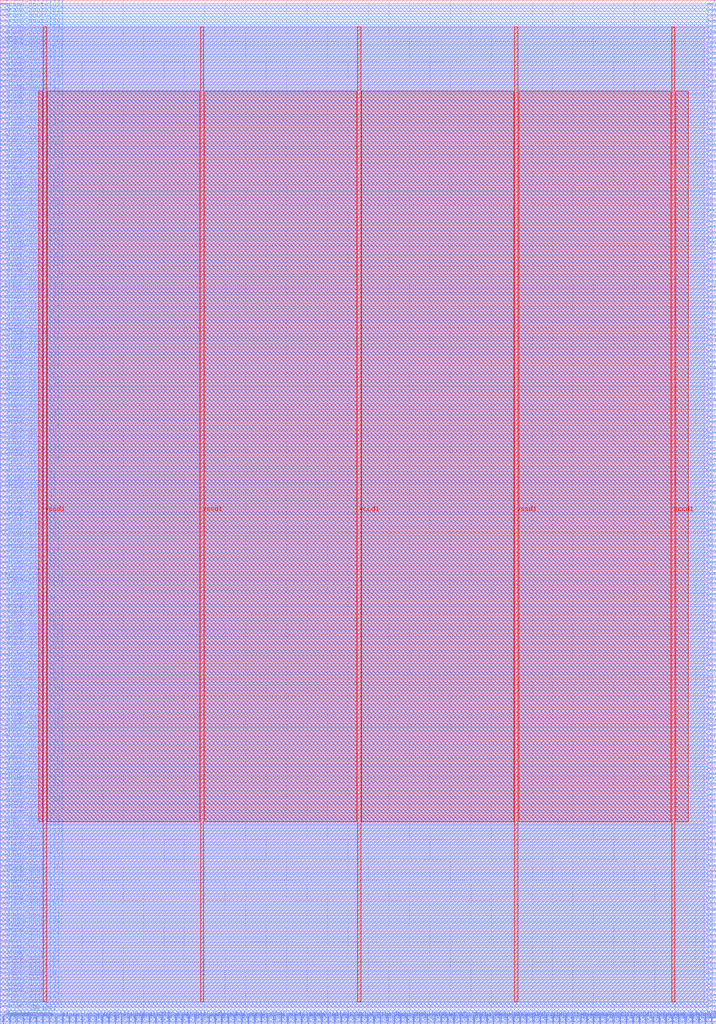
<source format=lef>
VERSION 5.7 ;
  NOWIREEXTENSIONATPIN ON ;
  DIVIDERCHAR "/" ;
  BUSBITCHARS "[]" ;
MACRO Video
  CLASS BLOCK ;
  FOREIGN Video ;
  ORIGIN 0.000 0.000 ;
  SIZE 350.000 BY 500.000 ;
  PIN sram0_addr0[0]
    DIRECTION OUTPUT TRISTATE ;
    USE SIGNAL ;
    PORT
      LAYER met3 ;
        RECT 0.000 222.400 4.000 223.000 ;
    END
  END sram0_addr0[0]
  PIN sram0_addr0[1]
    DIRECTION OUTPUT TRISTATE ;
    USE SIGNAL ;
    PORT
      LAYER met3 ;
        RECT 0.000 225.120 4.000 225.720 ;
    END
  END sram0_addr0[1]
  PIN sram0_addr0[2]
    DIRECTION OUTPUT TRISTATE ;
    USE SIGNAL ;
    PORT
      LAYER met3 ;
        RECT 0.000 227.840 4.000 228.440 ;
    END
  END sram0_addr0[2]
  PIN sram0_addr0[3]
    DIRECTION OUTPUT TRISTATE ;
    USE SIGNAL ;
    PORT
      LAYER met3 ;
        RECT 0.000 230.560 4.000 231.160 ;
    END
  END sram0_addr0[3]
  PIN sram0_addr0[4]
    DIRECTION OUTPUT TRISTATE ;
    USE SIGNAL ;
    PORT
      LAYER met3 ;
        RECT 0.000 233.280 4.000 233.880 ;
    END
  END sram0_addr0[4]
  PIN sram0_addr0[5]
    DIRECTION OUTPUT TRISTATE ;
    USE SIGNAL ;
    PORT
      LAYER met3 ;
        RECT 0.000 236.000 4.000 236.600 ;
    END
  END sram0_addr0[5]
  PIN sram0_addr0[6]
    DIRECTION OUTPUT TRISTATE ;
    USE SIGNAL ;
    PORT
      LAYER met3 ;
        RECT 0.000 238.720 4.000 239.320 ;
    END
  END sram0_addr0[6]
  PIN sram0_addr0[7]
    DIRECTION OUTPUT TRISTATE ;
    USE SIGNAL ;
    PORT
      LAYER met3 ;
        RECT 0.000 240.760 4.000 241.360 ;
    END
  END sram0_addr0[7]
  PIN sram0_addr0[8]
    DIRECTION OUTPUT TRISTATE ;
    USE SIGNAL ;
    PORT
      LAYER met3 ;
        RECT 0.000 243.480 4.000 244.080 ;
    END
  END sram0_addr0[8]
  PIN sram0_addr1[0]
    DIRECTION OUTPUT TRISTATE ;
    USE SIGNAL ;
    PORT
      LAYER met3 ;
        RECT 0.000 8.200 4.000 8.800 ;
    END
  END sram0_addr1[0]
  PIN sram0_addr1[1]
    DIRECTION OUTPUT TRISTATE ;
    USE SIGNAL ;
    PORT
      LAYER met3 ;
        RECT 0.000 10.920 4.000 11.520 ;
    END
  END sram0_addr1[1]
  PIN sram0_addr1[2]
    DIRECTION OUTPUT TRISTATE ;
    USE SIGNAL ;
    PORT
      LAYER met3 ;
        RECT 0.000 13.640 4.000 14.240 ;
    END
  END sram0_addr1[2]
  PIN sram0_addr1[3]
    DIRECTION OUTPUT TRISTATE ;
    USE SIGNAL ;
    PORT
      LAYER met3 ;
        RECT 0.000 16.360 4.000 16.960 ;
    END
  END sram0_addr1[3]
  PIN sram0_addr1[4]
    DIRECTION OUTPUT TRISTATE ;
    USE SIGNAL ;
    PORT
      LAYER met3 ;
        RECT 0.000 19.080 4.000 19.680 ;
    END
  END sram0_addr1[4]
  PIN sram0_addr1[5]
    DIRECTION OUTPUT TRISTATE ;
    USE SIGNAL ;
    PORT
      LAYER met3 ;
        RECT 0.000 21.800 4.000 22.400 ;
    END
  END sram0_addr1[5]
  PIN sram0_addr1[6]
    DIRECTION OUTPUT TRISTATE ;
    USE SIGNAL ;
    PORT
      LAYER met3 ;
        RECT 0.000 24.520 4.000 25.120 ;
    END
  END sram0_addr1[6]
  PIN sram0_addr1[7]
    DIRECTION OUTPUT TRISTATE ;
    USE SIGNAL ;
    PORT
      LAYER met3 ;
        RECT 0.000 26.560 4.000 27.160 ;
    END
  END sram0_addr1[7]
  PIN sram0_addr1[8]
    DIRECTION OUTPUT TRISTATE ;
    USE SIGNAL ;
    PORT
      LAYER met3 ;
        RECT 0.000 29.280 4.000 29.880 ;
    END
  END sram0_addr1[8]
  PIN sram0_clk0
    DIRECTION OUTPUT TRISTATE ;
    USE SIGNAL ;
    PORT
      LAYER met3 ;
        RECT 0.000 201.320 4.000 201.920 ;
    END
  END sram0_clk0
  PIN sram0_clk1
    DIRECTION OUTPUT TRISTATE ;
    USE SIGNAL ;
    PORT
      LAYER met3 ;
        RECT 0.000 0.720 4.000 1.320 ;
    END
  END sram0_clk1
  PIN sram0_csb0[0]
    DIRECTION OUTPUT TRISTATE ;
    USE SIGNAL ;
    PORT
      LAYER met3 ;
        RECT 0.000 204.040 4.000 204.640 ;
    END
  END sram0_csb0[0]
  PIN sram0_csb0[1]
    DIRECTION OUTPUT TRISTATE ;
    USE SIGNAL ;
    PORT
      LAYER met3 ;
        RECT 0.000 206.760 4.000 207.360 ;
    END
  END sram0_csb0[1]
  PIN sram0_csb1[0]
    DIRECTION OUTPUT TRISTATE ;
    USE SIGNAL ;
    PORT
      LAYER met3 ;
        RECT 0.000 2.760 4.000 3.360 ;
    END
  END sram0_csb1[0]
  PIN sram0_csb1[1]
    DIRECTION OUTPUT TRISTATE ;
    USE SIGNAL ;
    PORT
      LAYER met3 ;
        RECT 0.000 5.480 4.000 6.080 ;
    END
  END sram0_csb1[1]
  PIN sram0_din0[0]
    DIRECTION OUTPUT TRISTATE ;
    USE SIGNAL ;
    PORT
      LAYER met3 ;
        RECT 0.000 246.200 4.000 246.800 ;
    END
  END sram0_din0[0]
  PIN sram0_din0[10]
    DIRECTION OUTPUT TRISTATE ;
    USE SIGNAL ;
    PORT
      LAYER met3 ;
        RECT 0.000 272.720 4.000 273.320 ;
    END
  END sram0_din0[10]
  PIN sram0_din0[11]
    DIRECTION OUTPUT TRISTATE ;
    USE SIGNAL ;
    PORT
      LAYER met3 ;
        RECT 0.000 275.440 4.000 276.040 ;
    END
  END sram0_din0[11]
  PIN sram0_din0[12]
    DIRECTION OUTPUT TRISTATE ;
    USE SIGNAL ;
    PORT
      LAYER met3 ;
        RECT 0.000 278.160 4.000 278.760 ;
    END
  END sram0_din0[12]
  PIN sram0_din0[13]
    DIRECTION OUTPUT TRISTATE ;
    USE SIGNAL ;
    PORT
      LAYER met3 ;
        RECT 0.000 280.880 4.000 281.480 ;
    END
  END sram0_din0[13]
  PIN sram0_din0[14]
    DIRECTION OUTPUT TRISTATE ;
    USE SIGNAL ;
    PORT
      LAYER met3 ;
        RECT 0.000 283.600 4.000 284.200 ;
    END
  END sram0_din0[14]
  PIN sram0_din0[15]
    DIRECTION OUTPUT TRISTATE ;
    USE SIGNAL ;
    PORT
      LAYER met3 ;
        RECT 0.000 286.320 4.000 286.920 ;
    END
  END sram0_din0[15]
  PIN sram0_din0[16]
    DIRECTION OUTPUT TRISTATE ;
    USE SIGNAL ;
    PORT
      LAYER met3 ;
        RECT 0.000 288.360 4.000 288.960 ;
    END
  END sram0_din0[16]
  PIN sram0_din0[17]
    DIRECTION OUTPUT TRISTATE ;
    USE SIGNAL ;
    PORT
      LAYER met3 ;
        RECT 0.000 291.080 4.000 291.680 ;
    END
  END sram0_din0[17]
  PIN sram0_din0[18]
    DIRECTION OUTPUT TRISTATE ;
    USE SIGNAL ;
    PORT
      LAYER met3 ;
        RECT 0.000 293.800 4.000 294.400 ;
    END
  END sram0_din0[18]
  PIN sram0_din0[19]
    DIRECTION OUTPUT TRISTATE ;
    USE SIGNAL ;
    PORT
      LAYER met3 ;
        RECT 0.000 296.520 4.000 297.120 ;
    END
  END sram0_din0[19]
  PIN sram0_din0[1]
    DIRECTION OUTPUT TRISTATE ;
    USE SIGNAL ;
    PORT
      LAYER met3 ;
        RECT 0.000 248.920 4.000 249.520 ;
    END
  END sram0_din0[1]
  PIN sram0_din0[20]
    DIRECTION OUTPUT TRISTATE ;
    USE SIGNAL ;
    PORT
      LAYER met3 ;
        RECT 0.000 299.240 4.000 299.840 ;
    END
  END sram0_din0[20]
  PIN sram0_din0[21]
    DIRECTION OUTPUT TRISTATE ;
    USE SIGNAL ;
    PORT
      LAYER met3 ;
        RECT 0.000 301.960 4.000 302.560 ;
    END
  END sram0_din0[21]
  PIN sram0_din0[22]
    DIRECTION OUTPUT TRISTATE ;
    USE SIGNAL ;
    PORT
      LAYER met3 ;
        RECT 0.000 304.680 4.000 305.280 ;
    END
  END sram0_din0[22]
  PIN sram0_din0[23]
    DIRECTION OUTPUT TRISTATE ;
    USE SIGNAL ;
    PORT
      LAYER met3 ;
        RECT 0.000 307.400 4.000 308.000 ;
    END
  END sram0_din0[23]
  PIN sram0_din0[24]
    DIRECTION OUTPUT TRISTATE ;
    USE SIGNAL ;
    PORT
      LAYER met3 ;
        RECT 0.000 310.120 4.000 310.720 ;
    END
  END sram0_din0[24]
  PIN sram0_din0[25]
    DIRECTION OUTPUT TRISTATE ;
    USE SIGNAL ;
    PORT
      LAYER met3 ;
        RECT 0.000 312.160 4.000 312.760 ;
    END
  END sram0_din0[25]
  PIN sram0_din0[26]
    DIRECTION OUTPUT TRISTATE ;
    USE SIGNAL ;
    PORT
      LAYER met3 ;
        RECT 0.000 314.880 4.000 315.480 ;
    END
  END sram0_din0[26]
  PIN sram0_din0[27]
    DIRECTION OUTPUT TRISTATE ;
    USE SIGNAL ;
    PORT
      LAYER met3 ;
        RECT 0.000 317.600 4.000 318.200 ;
    END
  END sram0_din0[27]
  PIN sram0_din0[28]
    DIRECTION OUTPUT TRISTATE ;
    USE SIGNAL ;
    PORT
      LAYER met3 ;
        RECT 0.000 320.320 4.000 320.920 ;
    END
  END sram0_din0[28]
  PIN sram0_din0[29]
    DIRECTION OUTPUT TRISTATE ;
    USE SIGNAL ;
    PORT
      LAYER met3 ;
        RECT 0.000 323.040 4.000 323.640 ;
    END
  END sram0_din0[29]
  PIN sram0_din0[2]
    DIRECTION OUTPUT TRISTATE ;
    USE SIGNAL ;
    PORT
      LAYER met3 ;
        RECT 0.000 251.640 4.000 252.240 ;
    END
  END sram0_din0[2]
  PIN sram0_din0[30]
    DIRECTION OUTPUT TRISTATE ;
    USE SIGNAL ;
    PORT
      LAYER met3 ;
        RECT 0.000 325.760 4.000 326.360 ;
    END
  END sram0_din0[30]
  PIN sram0_din0[31]
    DIRECTION OUTPUT TRISTATE ;
    USE SIGNAL ;
    PORT
      LAYER met3 ;
        RECT 0.000 328.480 4.000 329.080 ;
    END
  END sram0_din0[31]
  PIN sram0_din0[3]
    DIRECTION OUTPUT TRISTATE ;
    USE SIGNAL ;
    PORT
      LAYER met3 ;
        RECT 0.000 254.360 4.000 254.960 ;
    END
  END sram0_din0[3]
  PIN sram0_din0[4]
    DIRECTION OUTPUT TRISTATE ;
    USE SIGNAL ;
    PORT
      LAYER met3 ;
        RECT 0.000 257.080 4.000 257.680 ;
    END
  END sram0_din0[4]
  PIN sram0_din0[5]
    DIRECTION OUTPUT TRISTATE ;
    USE SIGNAL ;
    PORT
      LAYER met3 ;
        RECT 0.000 259.800 4.000 260.400 ;
    END
  END sram0_din0[5]
  PIN sram0_din0[6]
    DIRECTION OUTPUT TRISTATE ;
    USE SIGNAL ;
    PORT
      LAYER met3 ;
        RECT 0.000 262.520 4.000 263.120 ;
    END
  END sram0_din0[6]
  PIN sram0_din0[7]
    DIRECTION OUTPUT TRISTATE ;
    USE SIGNAL ;
    PORT
      LAYER met3 ;
        RECT 0.000 264.560 4.000 265.160 ;
    END
  END sram0_din0[7]
  PIN sram0_din0[8]
    DIRECTION OUTPUT TRISTATE ;
    USE SIGNAL ;
    PORT
      LAYER met3 ;
        RECT 0.000 267.280 4.000 267.880 ;
    END
  END sram0_din0[8]
  PIN sram0_din0[9]
    DIRECTION OUTPUT TRISTATE ;
    USE SIGNAL ;
    PORT
      LAYER met3 ;
        RECT 0.000 270.000 4.000 270.600 ;
    END
  END sram0_din0[9]
  PIN sram0_dout0[0]
    DIRECTION INPUT ;
    USE SIGNAL ;
    PORT
      LAYER met3 ;
        RECT 0.000 331.200 4.000 331.800 ;
    END
  END sram0_dout0[0]
  PIN sram0_dout0[10]
    DIRECTION INPUT ;
    USE SIGNAL ;
    PORT
      LAYER met3 ;
        RECT 0.000 357.720 4.000 358.320 ;
    END
  END sram0_dout0[10]
  PIN sram0_dout0[11]
    DIRECTION INPUT ;
    USE SIGNAL ;
    PORT
      LAYER met3 ;
        RECT 0.000 359.760 4.000 360.360 ;
    END
  END sram0_dout0[11]
  PIN sram0_dout0[12]
    DIRECTION INPUT ;
    USE SIGNAL ;
    PORT
      LAYER met3 ;
        RECT 0.000 362.480 4.000 363.080 ;
    END
  END sram0_dout0[12]
  PIN sram0_dout0[13]
    DIRECTION INPUT ;
    USE SIGNAL ;
    PORT
      LAYER met3 ;
        RECT 0.000 365.200 4.000 365.800 ;
    END
  END sram0_dout0[13]
  PIN sram0_dout0[14]
    DIRECTION INPUT ;
    USE SIGNAL ;
    PORT
      LAYER met3 ;
        RECT 0.000 367.920 4.000 368.520 ;
    END
  END sram0_dout0[14]
  PIN sram0_dout0[15]
    DIRECTION INPUT ;
    USE SIGNAL ;
    PORT
      LAYER met3 ;
        RECT 0.000 370.640 4.000 371.240 ;
    END
  END sram0_dout0[15]
  PIN sram0_dout0[16]
    DIRECTION INPUT ;
    USE SIGNAL ;
    PORT
      LAYER met3 ;
        RECT 0.000 373.360 4.000 373.960 ;
    END
  END sram0_dout0[16]
  PIN sram0_dout0[17]
    DIRECTION INPUT ;
    USE SIGNAL ;
    PORT
      LAYER met3 ;
        RECT 0.000 376.080 4.000 376.680 ;
    END
  END sram0_dout0[17]
  PIN sram0_dout0[18]
    DIRECTION INPUT ;
    USE SIGNAL ;
    PORT
      LAYER met3 ;
        RECT 0.000 378.800 4.000 379.400 ;
    END
  END sram0_dout0[18]
  PIN sram0_dout0[19]
    DIRECTION INPUT ;
    USE SIGNAL ;
    PORT
      LAYER met3 ;
        RECT 0.000 381.520 4.000 382.120 ;
    END
  END sram0_dout0[19]
  PIN sram0_dout0[1]
    DIRECTION INPUT ;
    USE SIGNAL ;
    PORT
      LAYER met3 ;
        RECT 0.000 333.920 4.000 334.520 ;
    END
  END sram0_dout0[1]
  PIN sram0_dout0[20]
    DIRECTION INPUT ;
    USE SIGNAL ;
    PORT
      LAYER met3 ;
        RECT 0.000 383.560 4.000 384.160 ;
    END
  END sram0_dout0[20]
  PIN sram0_dout0[21]
    DIRECTION INPUT ;
    USE SIGNAL ;
    PORT
      LAYER met3 ;
        RECT 0.000 386.280 4.000 386.880 ;
    END
  END sram0_dout0[21]
  PIN sram0_dout0[22]
    DIRECTION INPUT ;
    USE SIGNAL ;
    PORT
      LAYER met3 ;
        RECT 0.000 389.000 4.000 389.600 ;
    END
  END sram0_dout0[22]
  PIN sram0_dout0[23]
    DIRECTION INPUT ;
    USE SIGNAL ;
    PORT
      LAYER met3 ;
        RECT 0.000 391.720 4.000 392.320 ;
    END
  END sram0_dout0[23]
  PIN sram0_dout0[24]
    DIRECTION INPUT ;
    USE SIGNAL ;
    PORT
      LAYER met3 ;
        RECT 0.000 394.440 4.000 395.040 ;
    END
  END sram0_dout0[24]
  PIN sram0_dout0[25]
    DIRECTION INPUT ;
    USE SIGNAL ;
    PORT
      LAYER met3 ;
        RECT 0.000 397.160 4.000 397.760 ;
    END
  END sram0_dout0[25]
  PIN sram0_dout0[26]
    DIRECTION INPUT ;
    USE SIGNAL ;
    PORT
      LAYER met3 ;
        RECT 0.000 399.880 4.000 400.480 ;
    END
  END sram0_dout0[26]
  PIN sram0_dout0[27]
    DIRECTION INPUT ;
    USE SIGNAL ;
    PORT
      LAYER met3 ;
        RECT 0.000 402.600 4.000 403.200 ;
    END
  END sram0_dout0[27]
  PIN sram0_dout0[28]
    DIRECTION INPUT ;
    USE SIGNAL ;
    PORT
      LAYER met3 ;
        RECT 0.000 405.320 4.000 405.920 ;
    END
  END sram0_dout0[28]
  PIN sram0_dout0[29]
    DIRECTION INPUT ;
    USE SIGNAL ;
    PORT
      LAYER met3 ;
        RECT 0.000 407.360 4.000 407.960 ;
    END
  END sram0_dout0[29]
  PIN sram0_dout0[2]
    DIRECTION INPUT ;
    USE SIGNAL ;
    PORT
      LAYER met3 ;
        RECT 0.000 335.960 4.000 336.560 ;
    END
  END sram0_dout0[2]
  PIN sram0_dout0[30]
    DIRECTION INPUT ;
    USE SIGNAL ;
    PORT
      LAYER met3 ;
        RECT 0.000 410.080 4.000 410.680 ;
    END
  END sram0_dout0[30]
  PIN sram0_dout0[31]
    DIRECTION INPUT ;
    USE SIGNAL ;
    PORT
      LAYER met3 ;
        RECT 0.000 412.800 4.000 413.400 ;
    END
  END sram0_dout0[31]
  PIN sram0_dout0[32]
    DIRECTION INPUT ;
    USE SIGNAL ;
    PORT
      LAYER met3 ;
        RECT 0.000 415.520 4.000 416.120 ;
    END
  END sram0_dout0[32]
  PIN sram0_dout0[33]
    DIRECTION INPUT ;
    USE SIGNAL ;
    PORT
      LAYER met3 ;
        RECT 0.000 418.240 4.000 418.840 ;
    END
  END sram0_dout0[33]
  PIN sram0_dout0[34]
    DIRECTION INPUT ;
    USE SIGNAL ;
    PORT
      LAYER met3 ;
        RECT 0.000 420.960 4.000 421.560 ;
    END
  END sram0_dout0[34]
  PIN sram0_dout0[35]
    DIRECTION INPUT ;
    USE SIGNAL ;
    PORT
      LAYER met3 ;
        RECT 0.000 423.680 4.000 424.280 ;
    END
  END sram0_dout0[35]
  PIN sram0_dout0[36]
    DIRECTION INPUT ;
    USE SIGNAL ;
    PORT
      LAYER met3 ;
        RECT 0.000 426.400 4.000 427.000 ;
    END
  END sram0_dout0[36]
  PIN sram0_dout0[37]
    DIRECTION INPUT ;
    USE SIGNAL ;
    PORT
      LAYER met3 ;
        RECT 0.000 429.120 4.000 429.720 ;
    END
  END sram0_dout0[37]
  PIN sram0_dout0[38]
    DIRECTION INPUT ;
    USE SIGNAL ;
    PORT
      LAYER met3 ;
        RECT 0.000 431.160 4.000 431.760 ;
    END
  END sram0_dout0[38]
  PIN sram0_dout0[39]
    DIRECTION INPUT ;
    USE SIGNAL ;
    PORT
      LAYER met3 ;
        RECT 0.000 433.880 4.000 434.480 ;
    END
  END sram0_dout0[39]
  PIN sram0_dout0[3]
    DIRECTION INPUT ;
    USE SIGNAL ;
    PORT
      LAYER met3 ;
        RECT 0.000 338.680 4.000 339.280 ;
    END
  END sram0_dout0[3]
  PIN sram0_dout0[40]
    DIRECTION INPUT ;
    USE SIGNAL ;
    PORT
      LAYER met3 ;
        RECT 0.000 436.600 4.000 437.200 ;
    END
  END sram0_dout0[40]
  PIN sram0_dout0[41]
    DIRECTION INPUT ;
    USE SIGNAL ;
    PORT
      LAYER met3 ;
        RECT 0.000 439.320 4.000 439.920 ;
    END
  END sram0_dout0[41]
  PIN sram0_dout0[42]
    DIRECTION INPUT ;
    USE SIGNAL ;
    PORT
      LAYER met3 ;
        RECT 0.000 442.040 4.000 442.640 ;
    END
  END sram0_dout0[42]
  PIN sram0_dout0[43]
    DIRECTION INPUT ;
    USE SIGNAL ;
    PORT
      LAYER met3 ;
        RECT 0.000 444.760 4.000 445.360 ;
    END
  END sram0_dout0[43]
  PIN sram0_dout0[44]
    DIRECTION INPUT ;
    USE SIGNAL ;
    PORT
      LAYER met3 ;
        RECT 0.000 447.480 4.000 448.080 ;
    END
  END sram0_dout0[44]
  PIN sram0_dout0[45]
    DIRECTION INPUT ;
    USE SIGNAL ;
    PORT
      LAYER met3 ;
        RECT 0.000 450.200 4.000 450.800 ;
    END
  END sram0_dout0[45]
  PIN sram0_dout0[46]
    DIRECTION INPUT ;
    USE SIGNAL ;
    PORT
      LAYER met3 ;
        RECT 0.000 452.920 4.000 453.520 ;
    END
  END sram0_dout0[46]
  PIN sram0_dout0[47]
    DIRECTION INPUT ;
    USE SIGNAL ;
    PORT
      LAYER met3 ;
        RECT 0.000 454.960 4.000 455.560 ;
    END
  END sram0_dout0[47]
  PIN sram0_dout0[48]
    DIRECTION INPUT ;
    USE SIGNAL ;
    PORT
      LAYER met3 ;
        RECT 0.000 457.680 4.000 458.280 ;
    END
  END sram0_dout0[48]
  PIN sram0_dout0[49]
    DIRECTION INPUT ;
    USE SIGNAL ;
    PORT
      LAYER met3 ;
        RECT 0.000 460.400 4.000 461.000 ;
    END
  END sram0_dout0[49]
  PIN sram0_dout0[4]
    DIRECTION INPUT ;
    USE SIGNAL ;
    PORT
      LAYER met3 ;
        RECT 0.000 341.400 4.000 342.000 ;
    END
  END sram0_dout0[4]
  PIN sram0_dout0[50]
    DIRECTION INPUT ;
    USE SIGNAL ;
    PORT
      LAYER met3 ;
        RECT 0.000 463.120 4.000 463.720 ;
    END
  END sram0_dout0[50]
  PIN sram0_dout0[51]
    DIRECTION INPUT ;
    USE SIGNAL ;
    PORT
      LAYER met3 ;
        RECT 0.000 465.840 4.000 466.440 ;
    END
  END sram0_dout0[51]
  PIN sram0_dout0[52]
    DIRECTION INPUT ;
    USE SIGNAL ;
    PORT
      LAYER met3 ;
        RECT 0.000 468.560 4.000 469.160 ;
    END
  END sram0_dout0[52]
  PIN sram0_dout0[53]
    DIRECTION INPUT ;
    USE SIGNAL ;
    PORT
      LAYER met3 ;
        RECT 0.000 471.280 4.000 471.880 ;
    END
  END sram0_dout0[53]
  PIN sram0_dout0[54]
    DIRECTION INPUT ;
    USE SIGNAL ;
    PORT
      LAYER met3 ;
        RECT 0.000 474.000 4.000 474.600 ;
    END
  END sram0_dout0[54]
  PIN sram0_dout0[55]
    DIRECTION INPUT ;
    USE SIGNAL ;
    PORT
      LAYER met3 ;
        RECT 0.000 476.720 4.000 477.320 ;
    END
  END sram0_dout0[55]
  PIN sram0_dout0[56]
    DIRECTION INPUT ;
    USE SIGNAL ;
    PORT
      LAYER met3 ;
        RECT 0.000 478.760 4.000 479.360 ;
    END
  END sram0_dout0[56]
  PIN sram0_dout0[57]
    DIRECTION INPUT ;
    USE SIGNAL ;
    PORT
      LAYER met3 ;
        RECT 0.000 481.480 4.000 482.080 ;
    END
  END sram0_dout0[57]
  PIN sram0_dout0[58]
    DIRECTION INPUT ;
    USE SIGNAL ;
    PORT
      LAYER met3 ;
        RECT 0.000 484.200 4.000 484.800 ;
    END
  END sram0_dout0[58]
  PIN sram0_dout0[59]
    DIRECTION INPUT ;
    USE SIGNAL ;
    PORT
      LAYER met3 ;
        RECT 0.000 486.920 4.000 487.520 ;
    END
  END sram0_dout0[59]
  PIN sram0_dout0[5]
    DIRECTION INPUT ;
    USE SIGNAL ;
    PORT
      LAYER met3 ;
        RECT 0.000 344.120 4.000 344.720 ;
    END
  END sram0_dout0[5]
  PIN sram0_dout0[60]
    DIRECTION INPUT ;
    USE SIGNAL ;
    PORT
      LAYER met3 ;
        RECT 0.000 489.640 4.000 490.240 ;
    END
  END sram0_dout0[60]
  PIN sram0_dout0[61]
    DIRECTION INPUT ;
    USE SIGNAL ;
    PORT
      LAYER met3 ;
        RECT 0.000 492.360 4.000 492.960 ;
    END
  END sram0_dout0[61]
  PIN sram0_dout0[62]
    DIRECTION INPUT ;
    USE SIGNAL ;
    PORT
      LAYER met3 ;
        RECT 0.000 495.080 4.000 495.680 ;
    END
  END sram0_dout0[62]
  PIN sram0_dout0[63]
    DIRECTION INPUT ;
    USE SIGNAL ;
    PORT
      LAYER met3 ;
        RECT 0.000 497.800 4.000 498.400 ;
    END
  END sram0_dout0[63]
  PIN sram0_dout0[6]
    DIRECTION INPUT ;
    USE SIGNAL ;
    PORT
      LAYER met3 ;
        RECT 0.000 346.840 4.000 347.440 ;
    END
  END sram0_dout0[6]
  PIN sram0_dout0[7]
    DIRECTION INPUT ;
    USE SIGNAL ;
    PORT
      LAYER met3 ;
        RECT 0.000 349.560 4.000 350.160 ;
    END
  END sram0_dout0[7]
  PIN sram0_dout0[8]
    DIRECTION INPUT ;
    USE SIGNAL ;
    PORT
      LAYER met3 ;
        RECT 0.000 352.280 4.000 352.880 ;
    END
  END sram0_dout0[8]
  PIN sram0_dout0[9]
    DIRECTION INPUT ;
    USE SIGNAL ;
    PORT
      LAYER met3 ;
        RECT 0.000 355.000 4.000 355.600 ;
    END
  END sram0_dout0[9]
  PIN sram0_dout1[0]
    DIRECTION INPUT ;
    USE SIGNAL ;
    PORT
      LAYER met3 ;
        RECT 0.000 32.000 4.000 32.600 ;
    END
  END sram0_dout1[0]
  PIN sram0_dout1[10]
    DIRECTION INPUT ;
    USE SIGNAL ;
    PORT
      LAYER met3 ;
        RECT 0.000 58.520 4.000 59.120 ;
    END
  END sram0_dout1[10]
  PIN sram0_dout1[11]
    DIRECTION INPUT ;
    USE SIGNAL ;
    PORT
      LAYER met3 ;
        RECT 0.000 61.240 4.000 61.840 ;
    END
  END sram0_dout1[11]
  PIN sram0_dout1[12]
    DIRECTION INPUT ;
    USE SIGNAL ;
    PORT
      LAYER met3 ;
        RECT 0.000 63.960 4.000 64.560 ;
    END
  END sram0_dout1[12]
  PIN sram0_dout1[13]
    DIRECTION INPUT ;
    USE SIGNAL ;
    PORT
      LAYER met3 ;
        RECT 0.000 66.680 4.000 67.280 ;
    END
  END sram0_dout1[13]
  PIN sram0_dout1[14]
    DIRECTION INPUT ;
    USE SIGNAL ;
    PORT
      LAYER met3 ;
        RECT 0.000 69.400 4.000 70.000 ;
    END
  END sram0_dout1[14]
  PIN sram0_dout1[15]
    DIRECTION INPUT ;
    USE SIGNAL ;
    PORT
      LAYER met3 ;
        RECT 0.000 72.120 4.000 72.720 ;
    END
  END sram0_dout1[15]
  PIN sram0_dout1[16]
    DIRECTION INPUT ;
    USE SIGNAL ;
    PORT
      LAYER met3 ;
        RECT 0.000 74.160 4.000 74.760 ;
    END
  END sram0_dout1[16]
  PIN sram0_dout1[17]
    DIRECTION INPUT ;
    USE SIGNAL ;
    PORT
      LAYER met3 ;
        RECT 0.000 76.880 4.000 77.480 ;
    END
  END sram0_dout1[17]
  PIN sram0_dout1[18]
    DIRECTION INPUT ;
    USE SIGNAL ;
    PORT
      LAYER met3 ;
        RECT 0.000 79.600 4.000 80.200 ;
    END
  END sram0_dout1[18]
  PIN sram0_dout1[19]
    DIRECTION INPUT ;
    USE SIGNAL ;
    PORT
      LAYER met3 ;
        RECT 0.000 82.320 4.000 82.920 ;
    END
  END sram0_dout1[19]
  PIN sram0_dout1[1]
    DIRECTION INPUT ;
    USE SIGNAL ;
    PORT
      LAYER met3 ;
        RECT 0.000 34.720 4.000 35.320 ;
    END
  END sram0_dout1[1]
  PIN sram0_dout1[20]
    DIRECTION INPUT ;
    USE SIGNAL ;
    PORT
      LAYER met3 ;
        RECT 0.000 85.040 4.000 85.640 ;
    END
  END sram0_dout1[20]
  PIN sram0_dout1[21]
    DIRECTION INPUT ;
    USE SIGNAL ;
    PORT
      LAYER met3 ;
        RECT 0.000 87.760 4.000 88.360 ;
    END
  END sram0_dout1[21]
  PIN sram0_dout1[22]
    DIRECTION INPUT ;
    USE SIGNAL ;
    PORT
      LAYER met3 ;
        RECT 0.000 90.480 4.000 91.080 ;
    END
  END sram0_dout1[22]
  PIN sram0_dout1[23]
    DIRECTION INPUT ;
    USE SIGNAL ;
    PORT
      LAYER met3 ;
        RECT 0.000 93.200 4.000 93.800 ;
    END
  END sram0_dout1[23]
  PIN sram0_dout1[24]
    DIRECTION INPUT ;
    USE SIGNAL ;
    PORT
      LAYER met3 ;
        RECT 0.000 95.920 4.000 96.520 ;
    END
  END sram0_dout1[24]
  PIN sram0_dout1[25]
    DIRECTION INPUT ;
    USE SIGNAL ;
    PORT
      LAYER met3 ;
        RECT 0.000 97.960 4.000 98.560 ;
    END
  END sram0_dout1[25]
  PIN sram0_dout1[26]
    DIRECTION INPUT ;
    USE SIGNAL ;
    PORT
      LAYER met3 ;
        RECT 0.000 100.680 4.000 101.280 ;
    END
  END sram0_dout1[26]
  PIN sram0_dout1[27]
    DIRECTION INPUT ;
    USE SIGNAL ;
    PORT
      LAYER met3 ;
        RECT 0.000 103.400 4.000 104.000 ;
    END
  END sram0_dout1[27]
  PIN sram0_dout1[28]
    DIRECTION INPUT ;
    USE SIGNAL ;
    PORT
      LAYER met3 ;
        RECT 0.000 106.120 4.000 106.720 ;
    END
  END sram0_dout1[28]
  PIN sram0_dout1[29]
    DIRECTION INPUT ;
    USE SIGNAL ;
    PORT
      LAYER met3 ;
        RECT 0.000 108.840 4.000 109.440 ;
    END
  END sram0_dout1[29]
  PIN sram0_dout1[2]
    DIRECTION INPUT ;
    USE SIGNAL ;
    PORT
      LAYER met3 ;
        RECT 0.000 37.440 4.000 38.040 ;
    END
  END sram0_dout1[2]
  PIN sram0_dout1[30]
    DIRECTION INPUT ;
    USE SIGNAL ;
    PORT
      LAYER met3 ;
        RECT 0.000 111.560 4.000 112.160 ;
    END
  END sram0_dout1[30]
  PIN sram0_dout1[31]
    DIRECTION INPUT ;
    USE SIGNAL ;
    PORT
      LAYER met3 ;
        RECT 0.000 114.280 4.000 114.880 ;
    END
  END sram0_dout1[31]
  PIN sram0_dout1[32]
    DIRECTION INPUT ;
    USE SIGNAL ;
    PORT
      LAYER met3 ;
        RECT 0.000 117.000 4.000 117.600 ;
    END
  END sram0_dout1[32]
  PIN sram0_dout1[33]
    DIRECTION INPUT ;
    USE SIGNAL ;
    PORT
      LAYER met3 ;
        RECT 0.000 119.720 4.000 120.320 ;
    END
  END sram0_dout1[33]
  PIN sram0_dout1[34]
    DIRECTION INPUT ;
    USE SIGNAL ;
    PORT
      LAYER met3 ;
        RECT 0.000 121.760 4.000 122.360 ;
    END
  END sram0_dout1[34]
  PIN sram0_dout1[35]
    DIRECTION INPUT ;
    USE SIGNAL ;
    PORT
      LAYER met3 ;
        RECT 0.000 124.480 4.000 125.080 ;
    END
  END sram0_dout1[35]
  PIN sram0_dout1[36]
    DIRECTION INPUT ;
    USE SIGNAL ;
    PORT
      LAYER met3 ;
        RECT 0.000 127.200 4.000 127.800 ;
    END
  END sram0_dout1[36]
  PIN sram0_dout1[37]
    DIRECTION INPUT ;
    USE SIGNAL ;
    PORT
      LAYER met3 ;
        RECT 0.000 129.920 4.000 130.520 ;
    END
  END sram0_dout1[37]
  PIN sram0_dout1[38]
    DIRECTION INPUT ;
    USE SIGNAL ;
    PORT
      LAYER met3 ;
        RECT 0.000 132.640 4.000 133.240 ;
    END
  END sram0_dout1[38]
  PIN sram0_dout1[39]
    DIRECTION INPUT ;
    USE SIGNAL ;
    PORT
      LAYER met3 ;
        RECT 0.000 135.360 4.000 135.960 ;
    END
  END sram0_dout1[39]
  PIN sram0_dout1[3]
    DIRECTION INPUT ;
    USE SIGNAL ;
    PORT
      LAYER met3 ;
        RECT 0.000 40.160 4.000 40.760 ;
    END
  END sram0_dout1[3]
  PIN sram0_dout1[40]
    DIRECTION INPUT ;
    USE SIGNAL ;
    PORT
      LAYER met3 ;
        RECT 0.000 138.080 4.000 138.680 ;
    END
  END sram0_dout1[40]
  PIN sram0_dout1[41]
    DIRECTION INPUT ;
    USE SIGNAL ;
    PORT
      LAYER met3 ;
        RECT 0.000 140.800 4.000 141.400 ;
    END
  END sram0_dout1[41]
  PIN sram0_dout1[42]
    DIRECTION INPUT ;
    USE SIGNAL ;
    PORT
      LAYER met3 ;
        RECT 0.000 143.520 4.000 144.120 ;
    END
  END sram0_dout1[42]
  PIN sram0_dout1[43]
    DIRECTION INPUT ;
    USE SIGNAL ;
    PORT
      LAYER met3 ;
        RECT 0.000 145.560 4.000 146.160 ;
    END
  END sram0_dout1[43]
  PIN sram0_dout1[44]
    DIRECTION INPUT ;
    USE SIGNAL ;
    PORT
      LAYER met3 ;
        RECT 0.000 148.280 4.000 148.880 ;
    END
  END sram0_dout1[44]
  PIN sram0_dout1[45]
    DIRECTION INPUT ;
    USE SIGNAL ;
    PORT
      LAYER met3 ;
        RECT 0.000 151.000 4.000 151.600 ;
    END
  END sram0_dout1[45]
  PIN sram0_dout1[46]
    DIRECTION INPUT ;
    USE SIGNAL ;
    PORT
      LAYER met3 ;
        RECT 0.000 153.720 4.000 154.320 ;
    END
  END sram0_dout1[46]
  PIN sram0_dout1[47]
    DIRECTION INPUT ;
    USE SIGNAL ;
    PORT
      LAYER met3 ;
        RECT 0.000 156.440 4.000 157.040 ;
    END
  END sram0_dout1[47]
  PIN sram0_dout1[48]
    DIRECTION INPUT ;
    USE SIGNAL ;
    PORT
      LAYER met3 ;
        RECT 0.000 159.160 4.000 159.760 ;
    END
  END sram0_dout1[48]
  PIN sram0_dout1[49]
    DIRECTION INPUT ;
    USE SIGNAL ;
    PORT
      LAYER met3 ;
        RECT 0.000 161.880 4.000 162.480 ;
    END
  END sram0_dout1[49]
  PIN sram0_dout1[4]
    DIRECTION INPUT ;
    USE SIGNAL ;
    PORT
      LAYER met3 ;
        RECT 0.000 42.880 4.000 43.480 ;
    END
  END sram0_dout1[4]
  PIN sram0_dout1[50]
    DIRECTION INPUT ;
    USE SIGNAL ;
    PORT
      LAYER met3 ;
        RECT 0.000 164.600 4.000 165.200 ;
    END
  END sram0_dout1[50]
  PIN sram0_dout1[51]
    DIRECTION INPUT ;
    USE SIGNAL ;
    PORT
      LAYER met3 ;
        RECT 0.000 167.320 4.000 167.920 ;
    END
  END sram0_dout1[51]
  PIN sram0_dout1[52]
    DIRECTION INPUT ;
    USE SIGNAL ;
    PORT
      LAYER met3 ;
        RECT 0.000 169.360 4.000 169.960 ;
    END
  END sram0_dout1[52]
  PIN sram0_dout1[53]
    DIRECTION INPUT ;
    USE SIGNAL ;
    PORT
      LAYER met3 ;
        RECT 0.000 172.080 4.000 172.680 ;
    END
  END sram0_dout1[53]
  PIN sram0_dout1[54]
    DIRECTION INPUT ;
    USE SIGNAL ;
    PORT
      LAYER met3 ;
        RECT 0.000 174.800 4.000 175.400 ;
    END
  END sram0_dout1[54]
  PIN sram0_dout1[55]
    DIRECTION INPUT ;
    USE SIGNAL ;
    PORT
      LAYER met3 ;
        RECT 0.000 177.520 4.000 178.120 ;
    END
  END sram0_dout1[55]
  PIN sram0_dout1[56]
    DIRECTION INPUT ;
    USE SIGNAL ;
    PORT
      LAYER met3 ;
        RECT 0.000 180.240 4.000 180.840 ;
    END
  END sram0_dout1[56]
  PIN sram0_dout1[57]
    DIRECTION INPUT ;
    USE SIGNAL ;
    PORT
      LAYER met3 ;
        RECT 0.000 182.960 4.000 183.560 ;
    END
  END sram0_dout1[57]
  PIN sram0_dout1[58]
    DIRECTION INPUT ;
    USE SIGNAL ;
    PORT
      LAYER met3 ;
        RECT 0.000 185.680 4.000 186.280 ;
    END
  END sram0_dout1[58]
  PIN sram0_dout1[59]
    DIRECTION INPUT ;
    USE SIGNAL ;
    PORT
      LAYER met3 ;
        RECT 0.000 188.400 4.000 189.000 ;
    END
  END sram0_dout1[59]
  PIN sram0_dout1[5]
    DIRECTION INPUT ;
    USE SIGNAL ;
    PORT
      LAYER met3 ;
        RECT 0.000 45.600 4.000 46.200 ;
    END
  END sram0_dout1[5]
  PIN sram0_dout1[60]
    DIRECTION INPUT ;
    USE SIGNAL ;
    PORT
      LAYER met3 ;
        RECT 0.000 191.120 4.000 191.720 ;
    END
  END sram0_dout1[60]
  PIN sram0_dout1[61]
    DIRECTION INPUT ;
    USE SIGNAL ;
    PORT
      LAYER met3 ;
        RECT 0.000 193.160 4.000 193.760 ;
    END
  END sram0_dout1[61]
  PIN sram0_dout1[62]
    DIRECTION INPUT ;
    USE SIGNAL ;
    PORT
      LAYER met3 ;
        RECT 0.000 195.880 4.000 196.480 ;
    END
  END sram0_dout1[62]
  PIN sram0_dout1[63]
    DIRECTION INPUT ;
    USE SIGNAL ;
    PORT
      LAYER met3 ;
        RECT 0.000 198.600 4.000 199.200 ;
    END
  END sram0_dout1[63]
  PIN sram0_dout1[6]
    DIRECTION INPUT ;
    USE SIGNAL ;
    PORT
      LAYER met3 ;
        RECT 0.000 48.320 4.000 48.920 ;
    END
  END sram0_dout1[6]
  PIN sram0_dout1[7]
    DIRECTION INPUT ;
    USE SIGNAL ;
    PORT
      LAYER met3 ;
        RECT 0.000 50.360 4.000 50.960 ;
    END
  END sram0_dout1[7]
  PIN sram0_dout1[8]
    DIRECTION INPUT ;
    USE SIGNAL ;
    PORT
      LAYER met3 ;
        RECT 0.000 53.080 4.000 53.680 ;
    END
  END sram0_dout1[8]
  PIN sram0_dout1[9]
    DIRECTION INPUT ;
    USE SIGNAL ;
    PORT
      LAYER met3 ;
        RECT 0.000 55.800 4.000 56.400 ;
    END
  END sram0_dout1[9]
  PIN sram0_web0
    DIRECTION OUTPUT TRISTATE ;
    USE SIGNAL ;
    PORT
      LAYER met3 ;
        RECT 0.000 209.480 4.000 210.080 ;
    END
  END sram0_web0
  PIN sram0_wmask0[0]
    DIRECTION OUTPUT TRISTATE ;
    USE SIGNAL ;
    PORT
      LAYER met3 ;
        RECT 0.000 212.200 4.000 212.800 ;
    END
  END sram0_wmask0[0]
  PIN sram0_wmask0[1]
    DIRECTION OUTPUT TRISTATE ;
    USE SIGNAL ;
    PORT
      LAYER met3 ;
        RECT 0.000 214.920 4.000 215.520 ;
    END
  END sram0_wmask0[1]
  PIN sram0_wmask0[2]
    DIRECTION OUTPUT TRISTATE ;
    USE SIGNAL ;
    PORT
      LAYER met3 ;
        RECT 0.000 216.960 4.000 217.560 ;
    END
  END sram0_wmask0[2]
  PIN sram0_wmask0[3]
    DIRECTION OUTPUT TRISTATE ;
    USE SIGNAL ;
    PORT
      LAYER met3 ;
        RECT 0.000 219.680 4.000 220.280 ;
    END
  END sram0_wmask0[3]
  PIN sram1_addr0[0]
    DIRECTION OUTPUT TRISTATE ;
    USE SIGNAL ;
    PORT
      LAYER met3 ;
        RECT 346.000 222.400 350.000 223.000 ;
    END
  END sram1_addr0[0]
  PIN sram1_addr0[1]
    DIRECTION OUTPUT TRISTATE ;
    USE SIGNAL ;
    PORT
      LAYER met3 ;
        RECT 346.000 225.120 350.000 225.720 ;
    END
  END sram1_addr0[1]
  PIN sram1_addr0[2]
    DIRECTION OUTPUT TRISTATE ;
    USE SIGNAL ;
    PORT
      LAYER met3 ;
        RECT 346.000 227.840 350.000 228.440 ;
    END
  END sram1_addr0[2]
  PIN sram1_addr0[3]
    DIRECTION OUTPUT TRISTATE ;
    USE SIGNAL ;
    PORT
      LAYER met3 ;
        RECT 346.000 230.560 350.000 231.160 ;
    END
  END sram1_addr0[3]
  PIN sram1_addr0[4]
    DIRECTION OUTPUT TRISTATE ;
    USE SIGNAL ;
    PORT
      LAYER met3 ;
        RECT 346.000 233.280 350.000 233.880 ;
    END
  END sram1_addr0[4]
  PIN sram1_addr0[5]
    DIRECTION OUTPUT TRISTATE ;
    USE SIGNAL ;
    PORT
      LAYER met3 ;
        RECT 346.000 236.000 350.000 236.600 ;
    END
  END sram1_addr0[5]
  PIN sram1_addr0[6]
    DIRECTION OUTPUT TRISTATE ;
    USE SIGNAL ;
    PORT
      LAYER met3 ;
        RECT 346.000 238.720 350.000 239.320 ;
    END
  END sram1_addr0[6]
  PIN sram1_addr0[7]
    DIRECTION OUTPUT TRISTATE ;
    USE SIGNAL ;
    PORT
      LAYER met3 ;
        RECT 346.000 240.760 350.000 241.360 ;
    END
  END sram1_addr0[7]
  PIN sram1_addr0[8]
    DIRECTION OUTPUT TRISTATE ;
    USE SIGNAL ;
    PORT
      LAYER met3 ;
        RECT 346.000 243.480 350.000 244.080 ;
    END
  END sram1_addr0[8]
  PIN sram1_addr1[0]
    DIRECTION OUTPUT TRISTATE ;
    USE SIGNAL ;
    PORT
      LAYER met3 ;
        RECT 346.000 8.200 350.000 8.800 ;
    END
  END sram1_addr1[0]
  PIN sram1_addr1[1]
    DIRECTION OUTPUT TRISTATE ;
    USE SIGNAL ;
    PORT
      LAYER met3 ;
        RECT 346.000 10.920 350.000 11.520 ;
    END
  END sram1_addr1[1]
  PIN sram1_addr1[2]
    DIRECTION OUTPUT TRISTATE ;
    USE SIGNAL ;
    PORT
      LAYER met3 ;
        RECT 346.000 13.640 350.000 14.240 ;
    END
  END sram1_addr1[2]
  PIN sram1_addr1[3]
    DIRECTION OUTPUT TRISTATE ;
    USE SIGNAL ;
    PORT
      LAYER met3 ;
        RECT 346.000 16.360 350.000 16.960 ;
    END
  END sram1_addr1[3]
  PIN sram1_addr1[4]
    DIRECTION OUTPUT TRISTATE ;
    USE SIGNAL ;
    PORT
      LAYER met3 ;
        RECT 346.000 19.080 350.000 19.680 ;
    END
  END sram1_addr1[4]
  PIN sram1_addr1[5]
    DIRECTION OUTPUT TRISTATE ;
    USE SIGNAL ;
    PORT
      LAYER met3 ;
        RECT 346.000 21.800 350.000 22.400 ;
    END
  END sram1_addr1[5]
  PIN sram1_addr1[6]
    DIRECTION OUTPUT TRISTATE ;
    USE SIGNAL ;
    PORT
      LAYER met3 ;
        RECT 346.000 24.520 350.000 25.120 ;
    END
  END sram1_addr1[6]
  PIN sram1_addr1[7]
    DIRECTION OUTPUT TRISTATE ;
    USE SIGNAL ;
    PORT
      LAYER met3 ;
        RECT 346.000 26.560 350.000 27.160 ;
    END
  END sram1_addr1[7]
  PIN sram1_addr1[8]
    DIRECTION OUTPUT TRISTATE ;
    USE SIGNAL ;
    PORT
      LAYER met3 ;
        RECT 346.000 29.280 350.000 29.880 ;
    END
  END sram1_addr1[8]
  PIN sram1_clk0
    DIRECTION OUTPUT TRISTATE ;
    USE SIGNAL ;
    PORT
      LAYER met3 ;
        RECT 346.000 201.320 350.000 201.920 ;
    END
  END sram1_clk0
  PIN sram1_clk1
    DIRECTION OUTPUT TRISTATE ;
    USE SIGNAL ;
    PORT
      LAYER met3 ;
        RECT 346.000 0.720 350.000 1.320 ;
    END
  END sram1_clk1
  PIN sram1_csb0[0]
    DIRECTION OUTPUT TRISTATE ;
    USE SIGNAL ;
    PORT
      LAYER met3 ;
        RECT 346.000 204.040 350.000 204.640 ;
    END
  END sram1_csb0[0]
  PIN sram1_csb0[1]
    DIRECTION OUTPUT TRISTATE ;
    USE SIGNAL ;
    PORT
      LAYER met3 ;
        RECT 346.000 206.760 350.000 207.360 ;
    END
  END sram1_csb0[1]
  PIN sram1_csb1[0]
    DIRECTION OUTPUT TRISTATE ;
    USE SIGNAL ;
    PORT
      LAYER met3 ;
        RECT 346.000 2.760 350.000 3.360 ;
    END
  END sram1_csb1[0]
  PIN sram1_csb1[1]
    DIRECTION OUTPUT TRISTATE ;
    USE SIGNAL ;
    PORT
      LAYER met3 ;
        RECT 346.000 5.480 350.000 6.080 ;
    END
  END sram1_csb1[1]
  PIN sram1_din0[0]
    DIRECTION OUTPUT TRISTATE ;
    USE SIGNAL ;
    PORT
      LAYER met3 ;
        RECT 346.000 246.200 350.000 246.800 ;
    END
  END sram1_din0[0]
  PIN sram1_din0[10]
    DIRECTION OUTPUT TRISTATE ;
    USE SIGNAL ;
    PORT
      LAYER met3 ;
        RECT 346.000 272.720 350.000 273.320 ;
    END
  END sram1_din0[10]
  PIN sram1_din0[11]
    DIRECTION OUTPUT TRISTATE ;
    USE SIGNAL ;
    PORT
      LAYER met3 ;
        RECT 346.000 275.440 350.000 276.040 ;
    END
  END sram1_din0[11]
  PIN sram1_din0[12]
    DIRECTION OUTPUT TRISTATE ;
    USE SIGNAL ;
    PORT
      LAYER met3 ;
        RECT 346.000 278.160 350.000 278.760 ;
    END
  END sram1_din0[12]
  PIN sram1_din0[13]
    DIRECTION OUTPUT TRISTATE ;
    USE SIGNAL ;
    PORT
      LAYER met3 ;
        RECT 346.000 280.880 350.000 281.480 ;
    END
  END sram1_din0[13]
  PIN sram1_din0[14]
    DIRECTION OUTPUT TRISTATE ;
    USE SIGNAL ;
    PORT
      LAYER met3 ;
        RECT 346.000 283.600 350.000 284.200 ;
    END
  END sram1_din0[14]
  PIN sram1_din0[15]
    DIRECTION OUTPUT TRISTATE ;
    USE SIGNAL ;
    PORT
      LAYER met3 ;
        RECT 346.000 286.320 350.000 286.920 ;
    END
  END sram1_din0[15]
  PIN sram1_din0[16]
    DIRECTION OUTPUT TRISTATE ;
    USE SIGNAL ;
    PORT
      LAYER met3 ;
        RECT 346.000 288.360 350.000 288.960 ;
    END
  END sram1_din0[16]
  PIN sram1_din0[17]
    DIRECTION OUTPUT TRISTATE ;
    USE SIGNAL ;
    PORT
      LAYER met3 ;
        RECT 346.000 291.080 350.000 291.680 ;
    END
  END sram1_din0[17]
  PIN sram1_din0[18]
    DIRECTION OUTPUT TRISTATE ;
    USE SIGNAL ;
    PORT
      LAYER met3 ;
        RECT 346.000 293.800 350.000 294.400 ;
    END
  END sram1_din0[18]
  PIN sram1_din0[19]
    DIRECTION OUTPUT TRISTATE ;
    USE SIGNAL ;
    PORT
      LAYER met3 ;
        RECT 346.000 296.520 350.000 297.120 ;
    END
  END sram1_din0[19]
  PIN sram1_din0[1]
    DIRECTION OUTPUT TRISTATE ;
    USE SIGNAL ;
    PORT
      LAYER met3 ;
        RECT 346.000 248.920 350.000 249.520 ;
    END
  END sram1_din0[1]
  PIN sram1_din0[20]
    DIRECTION OUTPUT TRISTATE ;
    USE SIGNAL ;
    PORT
      LAYER met3 ;
        RECT 346.000 299.240 350.000 299.840 ;
    END
  END sram1_din0[20]
  PIN sram1_din0[21]
    DIRECTION OUTPUT TRISTATE ;
    USE SIGNAL ;
    PORT
      LAYER met3 ;
        RECT 346.000 301.960 350.000 302.560 ;
    END
  END sram1_din0[21]
  PIN sram1_din0[22]
    DIRECTION OUTPUT TRISTATE ;
    USE SIGNAL ;
    PORT
      LAYER met3 ;
        RECT 346.000 304.680 350.000 305.280 ;
    END
  END sram1_din0[22]
  PIN sram1_din0[23]
    DIRECTION OUTPUT TRISTATE ;
    USE SIGNAL ;
    PORT
      LAYER met3 ;
        RECT 346.000 307.400 350.000 308.000 ;
    END
  END sram1_din0[23]
  PIN sram1_din0[24]
    DIRECTION OUTPUT TRISTATE ;
    USE SIGNAL ;
    PORT
      LAYER met3 ;
        RECT 346.000 310.120 350.000 310.720 ;
    END
  END sram1_din0[24]
  PIN sram1_din0[25]
    DIRECTION OUTPUT TRISTATE ;
    USE SIGNAL ;
    PORT
      LAYER met3 ;
        RECT 346.000 312.160 350.000 312.760 ;
    END
  END sram1_din0[25]
  PIN sram1_din0[26]
    DIRECTION OUTPUT TRISTATE ;
    USE SIGNAL ;
    PORT
      LAYER met3 ;
        RECT 346.000 314.880 350.000 315.480 ;
    END
  END sram1_din0[26]
  PIN sram1_din0[27]
    DIRECTION OUTPUT TRISTATE ;
    USE SIGNAL ;
    PORT
      LAYER met3 ;
        RECT 346.000 317.600 350.000 318.200 ;
    END
  END sram1_din0[27]
  PIN sram1_din0[28]
    DIRECTION OUTPUT TRISTATE ;
    USE SIGNAL ;
    PORT
      LAYER met3 ;
        RECT 346.000 320.320 350.000 320.920 ;
    END
  END sram1_din0[28]
  PIN sram1_din0[29]
    DIRECTION OUTPUT TRISTATE ;
    USE SIGNAL ;
    PORT
      LAYER met3 ;
        RECT 346.000 323.040 350.000 323.640 ;
    END
  END sram1_din0[29]
  PIN sram1_din0[2]
    DIRECTION OUTPUT TRISTATE ;
    USE SIGNAL ;
    PORT
      LAYER met3 ;
        RECT 346.000 251.640 350.000 252.240 ;
    END
  END sram1_din0[2]
  PIN sram1_din0[30]
    DIRECTION OUTPUT TRISTATE ;
    USE SIGNAL ;
    PORT
      LAYER met3 ;
        RECT 346.000 325.760 350.000 326.360 ;
    END
  END sram1_din0[30]
  PIN sram1_din0[31]
    DIRECTION OUTPUT TRISTATE ;
    USE SIGNAL ;
    PORT
      LAYER met3 ;
        RECT 346.000 328.480 350.000 329.080 ;
    END
  END sram1_din0[31]
  PIN sram1_din0[3]
    DIRECTION OUTPUT TRISTATE ;
    USE SIGNAL ;
    PORT
      LAYER met3 ;
        RECT 346.000 254.360 350.000 254.960 ;
    END
  END sram1_din0[3]
  PIN sram1_din0[4]
    DIRECTION OUTPUT TRISTATE ;
    USE SIGNAL ;
    PORT
      LAYER met3 ;
        RECT 346.000 257.080 350.000 257.680 ;
    END
  END sram1_din0[4]
  PIN sram1_din0[5]
    DIRECTION OUTPUT TRISTATE ;
    USE SIGNAL ;
    PORT
      LAYER met3 ;
        RECT 346.000 259.800 350.000 260.400 ;
    END
  END sram1_din0[5]
  PIN sram1_din0[6]
    DIRECTION OUTPUT TRISTATE ;
    USE SIGNAL ;
    PORT
      LAYER met3 ;
        RECT 346.000 262.520 350.000 263.120 ;
    END
  END sram1_din0[6]
  PIN sram1_din0[7]
    DIRECTION OUTPUT TRISTATE ;
    USE SIGNAL ;
    PORT
      LAYER met3 ;
        RECT 346.000 264.560 350.000 265.160 ;
    END
  END sram1_din0[7]
  PIN sram1_din0[8]
    DIRECTION OUTPUT TRISTATE ;
    USE SIGNAL ;
    PORT
      LAYER met3 ;
        RECT 346.000 267.280 350.000 267.880 ;
    END
  END sram1_din0[8]
  PIN sram1_din0[9]
    DIRECTION OUTPUT TRISTATE ;
    USE SIGNAL ;
    PORT
      LAYER met3 ;
        RECT 346.000 270.000 350.000 270.600 ;
    END
  END sram1_din0[9]
  PIN sram1_dout0[0]
    DIRECTION INPUT ;
    USE SIGNAL ;
    PORT
      LAYER met3 ;
        RECT 346.000 331.200 350.000 331.800 ;
    END
  END sram1_dout0[0]
  PIN sram1_dout0[10]
    DIRECTION INPUT ;
    USE SIGNAL ;
    PORT
      LAYER met3 ;
        RECT 346.000 357.720 350.000 358.320 ;
    END
  END sram1_dout0[10]
  PIN sram1_dout0[11]
    DIRECTION INPUT ;
    USE SIGNAL ;
    PORT
      LAYER met3 ;
        RECT 346.000 359.760 350.000 360.360 ;
    END
  END sram1_dout0[11]
  PIN sram1_dout0[12]
    DIRECTION INPUT ;
    USE SIGNAL ;
    PORT
      LAYER met3 ;
        RECT 346.000 362.480 350.000 363.080 ;
    END
  END sram1_dout0[12]
  PIN sram1_dout0[13]
    DIRECTION INPUT ;
    USE SIGNAL ;
    PORT
      LAYER met3 ;
        RECT 346.000 365.200 350.000 365.800 ;
    END
  END sram1_dout0[13]
  PIN sram1_dout0[14]
    DIRECTION INPUT ;
    USE SIGNAL ;
    PORT
      LAYER met3 ;
        RECT 346.000 367.920 350.000 368.520 ;
    END
  END sram1_dout0[14]
  PIN sram1_dout0[15]
    DIRECTION INPUT ;
    USE SIGNAL ;
    PORT
      LAYER met3 ;
        RECT 346.000 370.640 350.000 371.240 ;
    END
  END sram1_dout0[15]
  PIN sram1_dout0[16]
    DIRECTION INPUT ;
    USE SIGNAL ;
    PORT
      LAYER met3 ;
        RECT 346.000 373.360 350.000 373.960 ;
    END
  END sram1_dout0[16]
  PIN sram1_dout0[17]
    DIRECTION INPUT ;
    USE SIGNAL ;
    PORT
      LAYER met3 ;
        RECT 346.000 376.080 350.000 376.680 ;
    END
  END sram1_dout0[17]
  PIN sram1_dout0[18]
    DIRECTION INPUT ;
    USE SIGNAL ;
    PORT
      LAYER met3 ;
        RECT 346.000 378.800 350.000 379.400 ;
    END
  END sram1_dout0[18]
  PIN sram1_dout0[19]
    DIRECTION INPUT ;
    USE SIGNAL ;
    PORT
      LAYER met3 ;
        RECT 346.000 381.520 350.000 382.120 ;
    END
  END sram1_dout0[19]
  PIN sram1_dout0[1]
    DIRECTION INPUT ;
    USE SIGNAL ;
    PORT
      LAYER met3 ;
        RECT 346.000 333.920 350.000 334.520 ;
    END
  END sram1_dout0[1]
  PIN sram1_dout0[20]
    DIRECTION INPUT ;
    USE SIGNAL ;
    PORT
      LAYER met3 ;
        RECT 346.000 383.560 350.000 384.160 ;
    END
  END sram1_dout0[20]
  PIN sram1_dout0[21]
    DIRECTION INPUT ;
    USE SIGNAL ;
    PORT
      LAYER met3 ;
        RECT 346.000 386.280 350.000 386.880 ;
    END
  END sram1_dout0[21]
  PIN sram1_dout0[22]
    DIRECTION INPUT ;
    USE SIGNAL ;
    PORT
      LAYER met3 ;
        RECT 346.000 389.000 350.000 389.600 ;
    END
  END sram1_dout0[22]
  PIN sram1_dout0[23]
    DIRECTION INPUT ;
    USE SIGNAL ;
    PORT
      LAYER met3 ;
        RECT 346.000 391.720 350.000 392.320 ;
    END
  END sram1_dout0[23]
  PIN sram1_dout0[24]
    DIRECTION INPUT ;
    USE SIGNAL ;
    PORT
      LAYER met3 ;
        RECT 346.000 394.440 350.000 395.040 ;
    END
  END sram1_dout0[24]
  PIN sram1_dout0[25]
    DIRECTION INPUT ;
    USE SIGNAL ;
    PORT
      LAYER met3 ;
        RECT 346.000 397.160 350.000 397.760 ;
    END
  END sram1_dout0[25]
  PIN sram1_dout0[26]
    DIRECTION INPUT ;
    USE SIGNAL ;
    PORT
      LAYER met3 ;
        RECT 346.000 399.880 350.000 400.480 ;
    END
  END sram1_dout0[26]
  PIN sram1_dout0[27]
    DIRECTION INPUT ;
    USE SIGNAL ;
    PORT
      LAYER met3 ;
        RECT 346.000 402.600 350.000 403.200 ;
    END
  END sram1_dout0[27]
  PIN sram1_dout0[28]
    DIRECTION INPUT ;
    USE SIGNAL ;
    PORT
      LAYER met3 ;
        RECT 346.000 405.320 350.000 405.920 ;
    END
  END sram1_dout0[28]
  PIN sram1_dout0[29]
    DIRECTION INPUT ;
    USE SIGNAL ;
    PORT
      LAYER met3 ;
        RECT 346.000 407.360 350.000 407.960 ;
    END
  END sram1_dout0[29]
  PIN sram1_dout0[2]
    DIRECTION INPUT ;
    USE SIGNAL ;
    PORT
      LAYER met3 ;
        RECT 346.000 335.960 350.000 336.560 ;
    END
  END sram1_dout0[2]
  PIN sram1_dout0[30]
    DIRECTION INPUT ;
    USE SIGNAL ;
    PORT
      LAYER met3 ;
        RECT 346.000 410.080 350.000 410.680 ;
    END
  END sram1_dout0[30]
  PIN sram1_dout0[31]
    DIRECTION INPUT ;
    USE SIGNAL ;
    PORT
      LAYER met3 ;
        RECT 346.000 412.800 350.000 413.400 ;
    END
  END sram1_dout0[31]
  PIN sram1_dout0[32]
    DIRECTION INPUT ;
    USE SIGNAL ;
    PORT
      LAYER met3 ;
        RECT 346.000 415.520 350.000 416.120 ;
    END
  END sram1_dout0[32]
  PIN sram1_dout0[33]
    DIRECTION INPUT ;
    USE SIGNAL ;
    PORT
      LAYER met3 ;
        RECT 346.000 418.240 350.000 418.840 ;
    END
  END sram1_dout0[33]
  PIN sram1_dout0[34]
    DIRECTION INPUT ;
    USE SIGNAL ;
    PORT
      LAYER met3 ;
        RECT 346.000 420.960 350.000 421.560 ;
    END
  END sram1_dout0[34]
  PIN sram1_dout0[35]
    DIRECTION INPUT ;
    USE SIGNAL ;
    PORT
      LAYER met3 ;
        RECT 346.000 423.680 350.000 424.280 ;
    END
  END sram1_dout0[35]
  PIN sram1_dout0[36]
    DIRECTION INPUT ;
    USE SIGNAL ;
    PORT
      LAYER met3 ;
        RECT 346.000 426.400 350.000 427.000 ;
    END
  END sram1_dout0[36]
  PIN sram1_dout0[37]
    DIRECTION INPUT ;
    USE SIGNAL ;
    PORT
      LAYER met3 ;
        RECT 346.000 429.120 350.000 429.720 ;
    END
  END sram1_dout0[37]
  PIN sram1_dout0[38]
    DIRECTION INPUT ;
    USE SIGNAL ;
    PORT
      LAYER met3 ;
        RECT 346.000 431.160 350.000 431.760 ;
    END
  END sram1_dout0[38]
  PIN sram1_dout0[39]
    DIRECTION INPUT ;
    USE SIGNAL ;
    PORT
      LAYER met3 ;
        RECT 346.000 433.880 350.000 434.480 ;
    END
  END sram1_dout0[39]
  PIN sram1_dout0[3]
    DIRECTION INPUT ;
    USE SIGNAL ;
    PORT
      LAYER met3 ;
        RECT 346.000 338.680 350.000 339.280 ;
    END
  END sram1_dout0[3]
  PIN sram1_dout0[40]
    DIRECTION INPUT ;
    USE SIGNAL ;
    PORT
      LAYER met3 ;
        RECT 346.000 436.600 350.000 437.200 ;
    END
  END sram1_dout0[40]
  PIN sram1_dout0[41]
    DIRECTION INPUT ;
    USE SIGNAL ;
    PORT
      LAYER met3 ;
        RECT 346.000 439.320 350.000 439.920 ;
    END
  END sram1_dout0[41]
  PIN sram1_dout0[42]
    DIRECTION INPUT ;
    USE SIGNAL ;
    PORT
      LAYER met3 ;
        RECT 346.000 442.040 350.000 442.640 ;
    END
  END sram1_dout0[42]
  PIN sram1_dout0[43]
    DIRECTION INPUT ;
    USE SIGNAL ;
    PORT
      LAYER met3 ;
        RECT 346.000 444.760 350.000 445.360 ;
    END
  END sram1_dout0[43]
  PIN sram1_dout0[44]
    DIRECTION INPUT ;
    USE SIGNAL ;
    PORT
      LAYER met3 ;
        RECT 346.000 447.480 350.000 448.080 ;
    END
  END sram1_dout0[44]
  PIN sram1_dout0[45]
    DIRECTION INPUT ;
    USE SIGNAL ;
    PORT
      LAYER met3 ;
        RECT 346.000 450.200 350.000 450.800 ;
    END
  END sram1_dout0[45]
  PIN sram1_dout0[46]
    DIRECTION INPUT ;
    USE SIGNAL ;
    PORT
      LAYER met3 ;
        RECT 346.000 452.920 350.000 453.520 ;
    END
  END sram1_dout0[46]
  PIN sram1_dout0[47]
    DIRECTION INPUT ;
    USE SIGNAL ;
    PORT
      LAYER met3 ;
        RECT 346.000 454.960 350.000 455.560 ;
    END
  END sram1_dout0[47]
  PIN sram1_dout0[48]
    DIRECTION INPUT ;
    USE SIGNAL ;
    PORT
      LAYER met3 ;
        RECT 346.000 457.680 350.000 458.280 ;
    END
  END sram1_dout0[48]
  PIN sram1_dout0[49]
    DIRECTION INPUT ;
    USE SIGNAL ;
    PORT
      LAYER met3 ;
        RECT 346.000 460.400 350.000 461.000 ;
    END
  END sram1_dout0[49]
  PIN sram1_dout0[4]
    DIRECTION INPUT ;
    USE SIGNAL ;
    PORT
      LAYER met3 ;
        RECT 346.000 341.400 350.000 342.000 ;
    END
  END sram1_dout0[4]
  PIN sram1_dout0[50]
    DIRECTION INPUT ;
    USE SIGNAL ;
    PORT
      LAYER met3 ;
        RECT 346.000 463.120 350.000 463.720 ;
    END
  END sram1_dout0[50]
  PIN sram1_dout0[51]
    DIRECTION INPUT ;
    USE SIGNAL ;
    PORT
      LAYER met3 ;
        RECT 346.000 465.840 350.000 466.440 ;
    END
  END sram1_dout0[51]
  PIN sram1_dout0[52]
    DIRECTION INPUT ;
    USE SIGNAL ;
    PORT
      LAYER met3 ;
        RECT 346.000 468.560 350.000 469.160 ;
    END
  END sram1_dout0[52]
  PIN sram1_dout0[53]
    DIRECTION INPUT ;
    USE SIGNAL ;
    PORT
      LAYER met3 ;
        RECT 346.000 471.280 350.000 471.880 ;
    END
  END sram1_dout0[53]
  PIN sram1_dout0[54]
    DIRECTION INPUT ;
    USE SIGNAL ;
    PORT
      LAYER met3 ;
        RECT 346.000 474.000 350.000 474.600 ;
    END
  END sram1_dout0[54]
  PIN sram1_dout0[55]
    DIRECTION INPUT ;
    USE SIGNAL ;
    PORT
      LAYER met3 ;
        RECT 346.000 476.720 350.000 477.320 ;
    END
  END sram1_dout0[55]
  PIN sram1_dout0[56]
    DIRECTION INPUT ;
    USE SIGNAL ;
    PORT
      LAYER met3 ;
        RECT 346.000 478.760 350.000 479.360 ;
    END
  END sram1_dout0[56]
  PIN sram1_dout0[57]
    DIRECTION INPUT ;
    USE SIGNAL ;
    PORT
      LAYER met3 ;
        RECT 346.000 481.480 350.000 482.080 ;
    END
  END sram1_dout0[57]
  PIN sram1_dout0[58]
    DIRECTION INPUT ;
    USE SIGNAL ;
    PORT
      LAYER met3 ;
        RECT 346.000 484.200 350.000 484.800 ;
    END
  END sram1_dout0[58]
  PIN sram1_dout0[59]
    DIRECTION INPUT ;
    USE SIGNAL ;
    PORT
      LAYER met3 ;
        RECT 346.000 486.920 350.000 487.520 ;
    END
  END sram1_dout0[59]
  PIN sram1_dout0[5]
    DIRECTION INPUT ;
    USE SIGNAL ;
    PORT
      LAYER met3 ;
        RECT 346.000 344.120 350.000 344.720 ;
    END
  END sram1_dout0[5]
  PIN sram1_dout0[60]
    DIRECTION INPUT ;
    USE SIGNAL ;
    PORT
      LAYER met3 ;
        RECT 346.000 489.640 350.000 490.240 ;
    END
  END sram1_dout0[60]
  PIN sram1_dout0[61]
    DIRECTION INPUT ;
    USE SIGNAL ;
    PORT
      LAYER met3 ;
        RECT 346.000 492.360 350.000 492.960 ;
    END
  END sram1_dout0[61]
  PIN sram1_dout0[62]
    DIRECTION INPUT ;
    USE SIGNAL ;
    PORT
      LAYER met3 ;
        RECT 346.000 495.080 350.000 495.680 ;
    END
  END sram1_dout0[62]
  PIN sram1_dout0[63]
    DIRECTION INPUT ;
    USE SIGNAL ;
    PORT
      LAYER met3 ;
        RECT 346.000 497.800 350.000 498.400 ;
    END
  END sram1_dout0[63]
  PIN sram1_dout0[6]
    DIRECTION INPUT ;
    USE SIGNAL ;
    PORT
      LAYER met3 ;
        RECT 346.000 346.840 350.000 347.440 ;
    END
  END sram1_dout0[6]
  PIN sram1_dout0[7]
    DIRECTION INPUT ;
    USE SIGNAL ;
    PORT
      LAYER met3 ;
        RECT 346.000 349.560 350.000 350.160 ;
    END
  END sram1_dout0[7]
  PIN sram1_dout0[8]
    DIRECTION INPUT ;
    USE SIGNAL ;
    PORT
      LAYER met3 ;
        RECT 346.000 352.280 350.000 352.880 ;
    END
  END sram1_dout0[8]
  PIN sram1_dout0[9]
    DIRECTION INPUT ;
    USE SIGNAL ;
    PORT
      LAYER met3 ;
        RECT 346.000 355.000 350.000 355.600 ;
    END
  END sram1_dout0[9]
  PIN sram1_dout1[0]
    DIRECTION INPUT ;
    USE SIGNAL ;
    PORT
      LAYER met3 ;
        RECT 346.000 32.000 350.000 32.600 ;
    END
  END sram1_dout1[0]
  PIN sram1_dout1[10]
    DIRECTION INPUT ;
    USE SIGNAL ;
    PORT
      LAYER met3 ;
        RECT 346.000 58.520 350.000 59.120 ;
    END
  END sram1_dout1[10]
  PIN sram1_dout1[11]
    DIRECTION INPUT ;
    USE SIGNAL ;
    PORT
      LAYER met3 ;
        RECT 346.000 61.240 350.000 61.840 ;
    END
  END sram1_dout1[11]
  PIN sram1_dout1[12]
    DIRECTION INPUT ;
    USE SIGNAL ;
    PORT
      LAYER met3 ;
        RECT 346.000 63.960 350.000 64.560 ;
    END
  END sram1_dout1[12]
  PIN sram1_dout1[13]
    DIRECTION INPUT ;
    USE SIGNAL ;
    PORT
      LAYER met3 ;
        RECT 346.000 66.680 350.000 67.280 ;
    END
  END sram1_dout1[13]
  PIN sram1_dout1[14]
    DIRECTION INPUT ;
    USE SIGNAL ;
    PORT
      LAYER met3 ;
        RECT 346.000 69.400 350.000 70.000 ;
    END
  END sram1_dout1[14]
  PIN sram1_dout1[15]
    DIRECTION INPUT ;
    USE SIGNAL ;
    PORT
      LAYER met3 ;
        RECT 346.000 72.120 350.000 72.720 ;
    END
  END sram1_dout1[15]
  PIN sram1_dout1[16]
    DIRECTION INPUT ;
    USE SIGNAL ;
    PORT
      LAYER met3 ;
        RECT 346.000 74.160 350.000 74.760 ;
    END
  END sram1_dout1[16]
  PIN sram1_dout1[17]
    DIRECTION INPUT ;
    USE SIGNAL ;
    PORT
      LAYER met3 ;
        RECT 346.000 76.880 350.000 77.480 ;
    END
  END sram1_dout1[17]
  PIN sram1_dout1[18]
    DIRECTION INPUT ;
    USE SIGNAL ;
    PORT
      LAYER met3 ;
        RECT 346.000 79.600 350.000 80.200 ;
    END
  END sram1_dout1[18]
  PIN sram1_dout1[19]
    DIRECTION INPUT ;
    USE SIGNAL ;
    PORT
      LAYER met3 ;
        RECT 346.000 82.320 350.000 82.920 ;
    END
  END sram1_dout1[19]
  PIN sram1_dout1[1]
    DIRECTION INPUT ;
    USE SIGNAL ;
    PORT
      LAYER met3 ;
        RECT 346.000 34.720 350.000 35.320 ;
    END
  END sram1_dout1[1]
  PIN sram1_dout1[20]
    DIRECTION INPUT ;
    USE SIGNAL ;
    PORT
      LAYER met3 ;
        RECT 346.000 85.040 350.000 85.640 ;
    END
  END sram1_dout1[20]
  PIN sram1_dout1[21]
    DIRECTION INPUT ;
    USE SIGNAL ;
    PORT
      LAYER met3 ;
        RECT 346.000 87.760 350.000 88.360 ;
    END
  END sram1_dout1[21]
  PIN sram1_dout1[22]
    DIRECTION INPUT ;
    USE SIGNAL ;
    PORT
      LAYER met3 ;
        RECT 346.000 90.480 350.000 91.080 ;
    END
  END sram1_dout1[22]
  PIN sram1_dout1[23]
    DIRECTION INPUT ;
    USE SIGNAL ;
    PORT
      LAYER met3 ;
        RECT 346.000 93.200 350.000 93.800 ;
    END
  END sram1_dout1[23]
  PIN sram1_dout1[24]
    DIRECTION INPUT ;
    USE SIGNAL ;
    PORT
      LAYER met3 ;
        RECT 346.000 95.920 350.000 96.520 ;
    END
  END sram1_dout1[24]
  PIN sram1_dout1[25]
    DIRECTION INPUT ;
    USE SIGNAL ;
    PORT
      LAYER met3 ;
        RECT 346.000 97.960 350.000 98.560 ;
    END
  END sram1_dout1[25]
  PIN sram1_dout1[26]
    DIRECTION INPUT ;
    USE SIGNAL ;
    PORT
      LAYER met3 ;
        RECT 346.000 100.680 350.000 101.280 ;
    END
  END sram1_dout1[26]
  PIN sram1_dout1[27]
    DIRECTION INPUT ;
    USE SIGNAL ;
    PORT
      LAYER met3 ;
        RECT 346.000 103.400 350.000 104.000 ;
    END
  END sram1_dout1[27]
  PIN sram1_dout1[28]
    DIRECTION INPUT ;
    USE SIGNAL ;
    PORT
      LAYER met3 ;
        RECT 346.000 106.120 350.000 106.720 ;
    END
  END sram1_dout1[28]
  PIN sram1_dout1[29]
    DIRECTION INPUT ;
    USE SIGNAL ;
    PORT
      LAYER met3 ;
        RECT 346.000 108.840 350.000 109.440 ;
    END
  END sram1_dout1[29]
  PIN sram1_dout1[2]
    DIRECTION INPUT ;
    USE SIGNAL ;
    PORT
      LAYER met3 ;
        RECT 346.000 37.440 350.000 38.040 ;
    END
  END sram1_dout1[2]
  PIN sram1_dout1[30]
    DIRECTION INPUT ;
    USE SIGNAL ;
    PORT
      LAYER met3 ;
        RECT 346.000 111.560 350.000 112.160 ;
    END
  END sram1_dout1[30]
  PIN sram1_dout1[31]
    DIRECTION INPUT ;
    USE SIGNAL ;
    PORT
      LAYER met3 ;
        RECT 346.000 114.280 350.000 114.880 ;
    END
  END sram1_dout1[31]
  PIN sram1_dout1[32]
    DIRECTION INPUT ;
    USE SIGNAL ;
    PORT
      LAYER met3 ;
        RECT 346.000 117.000 350.000 117.600 ;
    END
  END sram1_dout1[32]
  PIN sram1_dout1[33]
    DIRECTION INPUT ;
    USE SIGNAL ;
    PORT
      LAYER met3 ;
        RECT 346.000 119.720 350.000 120.320 ;
    END
  END sram1_dout1[33]
  PIN sram1_dout1[34]
    DIRECTION INPUT ;
    USE SIGNAL ;
    PORT
      LAYER met3 ;
        RECT 346.000 121.760 350.000 122.360 ;
    END
  END sram1_dout1[34]
  PIN sram1_dout1[35]
    DIRECTION INPUT ;
    USE SIGNAL ;
    PORT
      LAYER met3 ;
        RECT 346.000 124.480 350.000 125.080 ;
    END
  END sram1_dout1[35]
  PIN sram1_dout1[36]
    DIRECTION INPUT ;
    USE SIGNAL ;
    PORT
      LAYER met3 ;
        RECT 346.000 127.200 350.000 127.800 ;
    END
  END sram1_dout1[36]
  PIN sram1_dout1[37]
    DIRECTION INPUT ;
    USE SIGNAL ;
    PORT
      LAYER met3 ;
        RECT 346.000 129.920 350.000 130.520 ;
    END
  END sram1_dout1[37]
  PIN sram1_dout1[38]
    DIRECTION INPUT ;
    USE SIGNAL ;
    PORT
      LAYER met3 ;
        RECT 346.000 132.640 350.000 133.240 ;
    END
  END sram1_dout1[38]
  PIN sram1_dout1[39]
    DIRECTION INPUT ;
    USE SIGNAL ;
    PORT
      LAYER met3 ;
        RECT 346.000 135.360 350.000 135.960 ;
    END
  END sram1_dout1[39]
  PIN sram1_dout1[3]
    DIRECTION INPUT ;
    USE SIGNAL ;
    PORT
      LAYER met3 ;
        RECT 346.000 40.160 350.000 40.760 ;
    END
  END sram1_dout1[3]
  PIN sram1_dout1[40]
    DIRECTION INPUT ;
    USE SIGNAL ;
    PORT
      LAYER met3 ;
        RECT 346.000 138.080 350.000 138.680 ;
    END
  END sram1_dout1[40]
  PIN sram1_dout1[41]
    DIRECTION INPUT ;
    USE SIGNAL ;
    PORT
      LAYER met3 ;
        RECT 346.000 140.800 350.000 141.400 ;
    END
  END sram1_dout1[41]
  PIN sram1_dout1[42]
    DIRECTION INPUT ;
    USE SIGNAL ;
    PORT
      LAYER met3 ;
        RECT 346.000 143.520 350.000 144.120 ;
    END
  END sram1_dout1[42]
  PIN sram1_dout1[43]
    DIRECTION INPUT ;
    USE SIGNAL ;
    PORT
      LAYER met3 ;
        RECT 346.000 145.560 350.000 146.160 ;
    END
  END sram1_dout1[43]
  PIN sram1_dout1[44]
    DIRECTION INPUT ;
    USE SIGNAL ;
    PORT
      LAYER met3 ;
        RECT 346.000 148.280 350.000 148.880 ;
    END
  END sram1_dout1[44]
  PIN sram1_dout1[45]
    DIRECTION INPUT ;
    USE SIGNAL ;
    PORT
      LAYER met3 ;
        RECT 346.000 151.000 350.000 151.600 ;
    END
  END sram1_dout1[45]
  PIN sram1_dout1[46]
    DIRECTION INPUT ;
    USE SIGNAL ;
    PORT
      LAYER met3 ;
        RECT 346.000 153.720 350.000 154.320 ;
    END
  END sram1_dout1[46]
  PIN sram1_dout1[47]
    DIRECTION INPUT ;
    USE SIGNAL ;
    PORT
      LAYER met3 ;
        RECT 346.000 156.440 350.000 157.040 ;
    END
  END sram1_dout1[47]
  PIN sram1_dout1[48]
    DIRECTION INPUT ;
    USE SIGNAL ;
    PORT
      LAYER met3 ;
        RECT 346.000 159.160 350.000 159.760 ;
    END
  END sram1_dout1[48]
  PIN sram1_dout1[49]
    DIRECTION INPUT ;
    USE SIGNAL ;
    PORT
      LAYER met3 ;
        RECT 346.000 161.880 350.000 162.480 ;
    END
  END sram1_dout1[49]
  PIN sram1_dout1[4]
    DIRECTION INPUT ;
    USE SIGNAL ;
    PORT
      LAYER met3 ;
        RECT 346.000 42.880 350.000 43.480 ;
    END
  END sram1_dout1[4]
  PIN sram1_dout1[50]
    DIRECTION INPUT ;
    USE SIGNAL ;
    PORT
      LAYER met3 ;
        RECT 346.000 164.600 350.000 165.200 ;
    END
  END sram1_dout1[50]
  PIN sram1_dout1[51]
    DIRECTION INPUT ;
    USE SIGNAL ;
    PORT
      LAYER met3 ;
        RECT 346.000 167.320 350.000 167.920 ;
    END
  END sram1_dout1[51]
  PIN sram1_dout1[52]
    DIRECTION INPUT ;
    USE SIGNAL ;
    PORT
      LAYER met3 ;
        RECT 346.000 169.360 350.000 169.960 ;
    END
  END sram1_dout1[52]
  PIN sram1_dout1[53]
    DIRECTION INPUT ;
    USE SIGNAL ;
    PORT
      LAYER met3 ;
        RECT 346.000 172.080 350.000 172.680 ;
    END
  END sram1_dout1[53]
  PIN sram1_dout1[54]
    DIRECTION INPUT ;
    USE SIGNAL ;
    PORT
      LAYER met3 ;
        RECT 346.000 174.800 350.000 175.400 ;
    END
  END sram1_dout1[54]
  PIN sram1_dout1[55]
    DIRECTION INPUT ;
    USE SIGNAL ;
    PORT
      LAYER met3 ;
        RECT 346.000 177.520 350.000 178.120 ;
    END
  END sram1_dout1[55]
  PIN sram1_dout1[56]
    DIRECTION INPUT ;
    USE SIGNAL ;
    PORT
      LAYER met3 ;
        RECT 346.000 180.240 350.000 180.840 ;
    END
  END sram1_dout1[56]
  PIN sram1_dout1[57]
    DIRECTION INPUT ;
    USE SIGNAL ;
    PORT
      LAYER met3 ;
        RECT 346.000 182.960 350.000 183.560 ;
    END
  END sram1_dout1[57]
  PIN sram1_dout1[58]
    DIRECTION INPUT ;
    USE SIGNAL ;
    PORT
      LAYER met3 ;
        RECT 346.000 185.680 350.000 186.280 ;
    END
  END sram1_dout1[58]
  PIN sram1_dout1[59]
    DIRECTION INPUT ;
    USE SIGNAL ;
    PORT
      LAYER met3 ;
        RECT 346.000 188.400 350.000 189.000 ;
    END
  END sram1_dout1[59]
  PIN sram1_dout1[5]
    DIRECTION INPUT ;
    USE SIGNAL ;
    PORT
      LAYER met3 ;
        RECT 346.000 45.600 350.000 46.200 ;
    END
  END sram1_dout1[5]
  PIN sram1_dout1[60]
    DIRECTION INPUT ;
    USE SIGNAL ;
    PORT
      LAYER met3 ;
        RECT 346.000 191.120 350.000 191.720 ;
    END
  END sram1_dout1[60]
  PIN sram1_dout1[61]
    DIRECTION INPUT ;
    USE SIGNAL ;
    PORT
      LAYER met3 ;
        RECT 346.000 193.160 350.000 193.760 ;
    END
  END sram1_dout1[61]
  PIN sram1_dout1[62]
    DIRECTION INPUT ;
    USE SIGNAL ;
    PORT
      LAYER met3 ;
        RECT 346.000 195.880 350.000 196.480 ;
    END
  END sram1_dout1[62]
  PIN sram1_dout1[63]
    DIRECTION INPUT ;
    USE SIGNAL ;
    PORT
      LAYER met3 ;
        RECT 346.000 198.600 350.000 199.200 ;
    END
  END sram1_dout1[63]
  PIN sram1_dout1[6]
    DIRECTION INPUT ;
    USE SIGNAL ;
    PORT
      LAYER met3 ;
        RECT 346.000 48.320 350.000 48.920 ;
    END
  END sram1_dout1[6]
  PIN sram1_dout1[7]
    DIRECTION INPUT ;
    USE SIGNAL ;
    PORT
      LAYER met3 ;
        RECT 346.000 50.360 350.000 50.960 ;
    END
  END sram1_dout1[7]
  PIN sram1_dout1[8]
    DIRECTION INPUT ;
    USE SIGNAL ;
    PORT
      LAYER met3 ;
        RECT 346.000 53.080 350.000 53.680 ;
    END
  END sram1_dout1[8]
  PIN sram1_dout1[9]
    DIRECTION INPUT ;
    USE SIGNAL ;
    PORT
      LAYER met3 ;
        RECT 346.000 55.800 350.000 56.400 ;
    END
  END sram1_dout1[9]
  PIN sram1_web0
    DIRECTION OUTPUT TRISTATE ;
    USE SIGNAL ;
    PORT
      LAYER met3 ;
        RECT 346.000 209.480 350.000 210.080 ;
    END
  END sram1_web0
  PIN sram1_wmask0[0]
    DIRECTION OUTPUT TRISTATE ;
    USE SIGNAL ;
    PORT
      LAYER met3 ;
        RECT 346.000 212.200 350.000 212.800 ;
    END
  END sram1_wmask0[0]
  PIN sram1_wmask0[1]
    DIRECTION OUTPUT TRISTATE ;
    USE SIGNAL ;
    PORT
      LAYER met3 ;
        RECT 346.000 214.920 350.000 215.520 ;
    END
  END sram1_wmask0[1]
  PIN sram1_wmask0[2]
    DIRECTION OUTPUT TRISTATE ;
    USE SIGNAL ;
    PORT
      LAYER met3 ;
        RECT 346.000 216.960 350.000 217.560 ;
    END
  END sram1_wmask0[2]
  PIN sram1_wmask0[3]
    DIRECTION OUTPUT TRISTATE ;
    USE SIGNAL ;
    PORT
      LAYER met3 ;
        RECT 346.000 219.680 350.000 220.280 ;
    END
  END sram1_wmask0[3]
  PIN vccd1
    DIRECTION INPUT ;
    USE POWER ;
    PORT
      LAYER met4 ;
        RECT 21.040 10.640 22.640 487.120 ;
    END
    PORT
      LAYER met4 ;
        RECT 174.640 10.640 176.240 487.120 ;
    END
    PORT
      LAYER met4 ;
        RECT 328.240 10.640 329.840 487.120 ;
    END
  END vccd1
  PIN vga_b[0]
    DIRECTION OUTPUT TRISTATE ;
    USE SIGNAL ;
    PORT
      LAYER met2 ;
        RECT 331.750 0.000 332.030 4.000 ;
    END
  END vga_b[0]
  PIN vga_b[1]
    DIRECTION OUTPUT TRISTATE ;
    USE SIGNAL ;
    PORT
      LAYER met2 ;
        RECT 341.410 0.000 341.690 4.000 ;
    END
  END vga_b[1]
  PIN vga_g[0]
    DIRECTION OUTPUT TRISTATE ;
    USE SIGNAL ;
    PORT
      LAYER met2 ;
        RECT 334.970 0.000 335.250 4.000 ;
    END
  END vga_g[0]
  PIN vga_g[1]
    DIRECTION OUTPUT TRISTATE ;
    USE SIGNAL ;
    PORT
      LAYER met2 ;
        RECT 344.630 0.000 344.910 4.000 ;
    END
  END vga_g[1]
  PIN vga_hsync
    DIRECTION OUTPUT TRISTATE ;
    USE SIGNAL ;
    PORT
      LAYER met2 ;
        RECT 325.310 0.000 325.590 4.000 ;
    END
  END vga_hsync
  PIN vga_r[0]
    DIRECTION OUTPUT TRISTATE ;
    USE SIGNAL ;
    PORT
      LAYER met2 ;
        RECT 338.190 0.000 338.470 4.000 ;
    END
  END vga_r[0]
  PIN vga_r[1]
    DIRECTION OUTPUT TRISTATE ;
    USE SIGNAL ;
    PORT
      LAYER met2 ;
        RECT 347.850 0.000 348.130 4.000 ;
    END
  END vga_r[1]
  PIN vga_vsync
    DIRECTION OUTPUT TRISTATE ;
    USE SIGNAL ;
    PORT
      LAYER met2 ;
        RECT 328.530 0.000 328.810 4.000 ;
    END
  END vga_vsync
  PIN vssd1
    DIRECTION INPUT ;
    USE GROUND ;
    PORT
      LAYER met4 ;
        RECT 97.840 10.640 99.440 487.120 ;
    END
    PORT
      LAYER met4 ;
        RECT 251.440 10.640 253.040 487.120 ;
    END
  END vssd1
  PIN wb_ack_o
    DIRECTION OUTPUT TRISTATE ;
    USE SIGNAL ;
    PORT
      LAYER met2 ;
        RECT 1.470 0.000 1.750 4.000 ;
    END
  END wb_ack_o
  PIN wb_adr_i[0]
    DIRECTION INPUT ;
    USE SIGNAL ;
    PORT
      LAYER met2 ;
        RECT 27.230 0.000 27.510 4.000 ;
    END
  END wb_adr_i[0]
  PIN wb_adr_i[10]
    DIRECTION INPUT ;
    USE SIGNAL ;
    PORT
      LAYER met2 ;
        RECT 137.170 0.000 137.450 4.000 ;
    END
  END wb_adr_i[10]
  PIN wb_adr_i[11]
    DIRECTION INPUT ;
    USE SIGNAL ;
    PORT
      LAYER met2 ;
        RECT 147.290 0.000 147.570 4.000 ;
    END
  END wb_adr_i[11]
  PIN wb_adr_i[12]
    DIRECTION INPUT ;
    USE SIGNAL ;
    PORT
      LAYER met2 ;
        RECT 156.950 0.000 157.230 4.000 ;
    END
  END wb_adr_i[12]
  PIN wb_adr_i[13]
    DIRECTION INPUT ;
    USE SIGNAL ;
    PORT
      LAYER met2 ;
        RECT 166.610 0.000 166.890 4.000 ;
    END
  END wb_adr_i[13]
  PIN wb_adr_i[14]
    DIRECTION INPUT ;
    USE SIGNAL ;
    PORT
      LAYER met2 ;
        RECT 176.270 0.000 176.550 4.000 ;
    END
  END wb_adr_i[14]
  PIN wb_adr_i[15]
    DIRECTION INPUT ;
    USE SIGNAL ;
    PORT
      LAYER met2 ;
        RECT 185.930 0.000 186.210 4.000 ;
    END
  END wb_adr_i[15]
  PIN wb_adr_i[16]
    DIRECTION INPUT ;
    USE SIGNAL ;
    PORT
      LAYER met2 ;
        RECT 195.590 0.000 195.870 4.000 ;
    END
  END wb_adr_i[16]
  PIN wb_adr_i[17]
    DIRECTION INPUT ;
    USE SIGNAL ;
    PORT
      LAYER met2 ;
        RECT 205.250 0.000 205.530 4.000 ;
    END
  END wb_adr_i[17]
  PIN wb_adr_i[18]
    DIRECTION INPUT ;
    USE SIGNAL ;
    PORT
      LAYER met2 ;
        RECT 215.370 0.000 215.650 4.000 ;
    END
  END wb_adr_i[18]
  PIN wb_adr_i[19]
    DIRECTION INPUT ;
    USE SIGNAL ;
    PORT
      LAYER met2 ;
        RECT 225.030 0.000 225.310 4.000 ;
    END
  END wb_adr_i[19]
  PIN wb_adr_i[1]
    DIRECTION INPUT ;
    USE SIGNAL ;
    PORT
      LAYER met2 ;
        RECT 40.110 0.000 40.390 4.000 ;
    END
  END wb_adr_i[1]
  PIN wb_adr_i[20]
    DIRECTION INPUT ;
    USE SIGNAL ;
    PORT
      LAYER met2 ;
        RECT 234.690 0.000 234.970 4.000 ;
    END
  END wb_adr_i[20]
  PIN wb_adr_i[21]
    DIRECTION INPUT ;
    USE SIGNAL ;
    PORT
      LAYER met2 ;
        RECT 244.350 0.000 244.630 4.000 ;
    END
  END wb_adr_i[21]
  PIN wb_adr_i[22]
    DIRECTION INPUT ;
    USE SIGNAL ;
    PORT
      LAYER met2 ;
        RECT 254.010 0.000 254.290 4.000 ;
    END
  END wb_adr_i[22]
  PIN wb_adr_i[23]
    DIRECTION INPUT ;
    USE SIGNAL ;
    PORT
      LAYER met2 ;
        RECT 263.670 0.000 263.950 4.000 ;
    END
  END wb_adr_i[23]
  PIN wb_adr_i[2]
    DIRECTION INPUT ;
    USE SIGNAL ;
    PORT
      LAYER met2 ;
        RECT 52.990 0.000 53.270 4.000 ;
    END
  END wb_adr_i[2]
  PIN wb_adr_i[3]
    DIRECTION INPUT ;
    USE SIGNAL ;
    PORT
      LAYER met2 ;
        RECT 65.870 0.000 66.150 4.000 ;
    END
  END wb_adr_i[3]
  PIN wb_adr_i[4]
    DIRECTION INPUT ;
    USE SIGNAL ;
    PORT
      LAYER met2 ;
        RECT 79.210 0.000 79.490 4.000 ;
    END
  END wb_adr_i[4]
  PIN wb_adr_i[5]
    DIRECTION INPUT ;
    USE SIGNAL ;
    PORT
      LAYER met2 ;
        RECT 88.870 0.000 89.150 4.000 ;
    END
  END wb_adr_i[5]
  PIN wb_adr_i[6]
    DIRECTION INPUT ;
    USE SIGNAL ;
    PORT
      LAYER met2 ;
        RECT 98.530 0.000 98.810 4.000 ;
    END
  END wb_adr_i[6]
  PIN wb_adr_i[7]
    DIRECTION INPUT ;
    USE SIGNAL ;
    PORT
      LAYER met2 ;
        RECT 108.190 0.000 108.470 4.000 ;
    END
  END wb_adr_i[7]
  PIN wb_adr_i[8]
    DIRECTION INPUT ;
    USE SIGNAL ;
    PORT
      LAYER met2 ;
        RECT 117.850 0.000 118.130 4.000 ;
    END
  END wb_adr_i[8]
  PIN wb_adr_i[9]
    DIRECTION INPUT ;
    USE SIGNAL ;
    PORT
      LAYER met2 ;
        RECT 127.510 0.000 127.790 4.000 ;
    END
  END wb_adr_i[9]
  PIN wb_clk_i
    DIRECTION INPUT ;
    USE SIGNAL ;
    PORT
      LAYER met2 ;
        RECT 4.690 0.000 4.970 4.000 ;
    END
  END wb_clk_i
  PIN wb_cyc_i
    DIRECTION INPUT ;
    USE SIGNAL ;
    PORT
      LAYER met2 ;
        RECT 7.910 0.000 8.190 4.000 ;
    END
  END wb_cyc_i
  PIN wb_data_i[0]
    DIRECTION INPUT ;
    USE SIGNAL ;
    PORT
      LAYER met2 ;
        RECT 30.450 0.000 30.730 4.000 ;
    END
  END wb_data_i[0]
  PIN wb_data_i[10]
    DIRECTION INPUT ;
    USE SIGNAL ;
    PORT
      LAYER met2 ;
        RECT 140.390 0.000 140.670 4.000 ;
    END
  END wb_data_i[10]
  PIN wb_data_i[11]
    DIRECTION INPUT ;
    USE SIGNAL ;
    PORT
      LAYER met2 ;
        RECT 150.510 0.000 150.790 4.000 ;
    END
  END wb_data_i[11]
  PIN wb_data_i[12]
    DIRECTION INPUT ;
    USE SIGNAL ;
    PORT
      LAYER met2 ;
        RECT 160.170 0.000 160.450 4.000 ;
    END
  END wb_data_i[12]
  PIN wb_data_i[13]
    DIRECTION INPUT ;
    USE SIGNAL ;
    PORT
      LAYER met2 ;
        RECT 169.830 0.000 170.110 4.000 ;
    END
  END wb_data_i[13]
  PIN wb_data_i[14]
    DIRECTION INPUT ;
    USE SIGNAL ;
    PORT
      LAYER met2 ;
        RECT 179.490 0.000 179.770 4.000 ;
    END
  END wb_data_i[14]
  PIN wb_data_i[15]
    DIRECTION INPUT ;
    USE SIGNAL ;
    PORT
      LAYER met2 ;
        RECT 189.150 0.000 189.430 4.000 ;
    END
  END wb_data_i[15]
  PIN wb_data_i[16]
    DIRECTION INPUT ;
    USE SIGNAL ;
    PORT
      LAYER met2 ;
        RECT 198.810 0.000 199.090 4.000 ;
    END
  END wb_data_i[16]
  PIN wb_data_i[17]
    DIRECTION INPUT ;
    USE SIGNAL ;
    PORT
      LAYER met2 ;
        RECT 208.470 0.000 208.750 4.000 ;
    END
  END wb_data_i[17]
  PIN wb_data_i[18]
    DIRECTION INPUT ;
    USE SIGNAL ;
    PORT
      LAYER met2 ;
        RECT 218.590 0.000 218.870 4.000 ;
    END
  END wb_data_i[18]
  PIN wb_data_i[19]
    DIRECTION INPUT ;
    USE SIGNAL ;
    PORT
      LAYER met2 ;
        RECT 228.250 0.000 228.530 4.000 ;
    END
  END wb_data_i[19]
  PIN wb_data_i[1]
    DIRECTION INPUT ;
    USE SIGNAL ;
    PORT
      LAYER met2 ;
        RECT 43.330 0.000 43.610 4.000 ;
    END
  END wb_data_i[1]
  PIN wb_data_i[20]
    DIRECTION INPUT ;
    USE SIGNAL ;
    PORT
      LAYER met2 ;
        RECT 237.910 0.000 238.190 4.000 ;
    END
  END wb_data_i[20]
  PIN wb_data_i[21]
    DIRECTION INPUT ;
    USE SIGNAL ;
    PORT
      LAYER met2 ;
        RECT 247.570 0.000 247.850 4.000 ;
    END
  END wb_data_i[21]
  PIN wb_data_i[22]
    DIRECTION INPUT ;
    USE SIGNAL ;
    PORT
      LAYER met2 ;
        RECT 257.230 0.000 257.510 4.000 ;
    END
  END wb_data_i[22]
  PIN wb_data_i[23]
    DIRECTION INPUT ;
    USE SIGNAL ;
    PORT
      LAYER met2 ;
        RECT 266.890 0.000 267.170 4.000 ;
    END
  END wb_data_i[23]
  PIN wb_data_i[24]
    DIRECTION INPUT ;
    USE SIGNAL ;
    PORT
      LAYER met2 ;
        RECT 273.330 0.000 273.610 4.000 ;
    END
  END wb_data_i[24]
  PIN wb_data_i[25]
    DIRECTION INPUT ;
    USE SIGNAL ;
    PORT
      LAYER met2 ;
        RECT 279.770 0.000 280.050 4.000 ;
    END
  END wb_data_i[25]
  PIN wb_data_i[26]
    DIRECTION INPUT ;
    USE SIGNAL ;
    PORT
      LAYER met2 ;
        RECT 286.670 0.000 286.950 4.000 ;
    END
  END wb_data_i[26]
  PIN wb_data_i[27]
    DIRECTION INPUT ;
    USE SIGNAL ;
    PORT
      LAYER met2 ;
        RECT 293.110 0.000 293.390 4.000 ;
    END
  END wb_data_i[27]
  PIN wb_data_i[28]
    DIRECTION INPUT ;
    USE SIGNAL ;
    PORT
      LAYER met2 ;
        RECT 299.550 0.000 299.830 4.000 ;
    END
  END wb_data_i[28]
  PIN wb_data_i[29]
    DIRECTION INPUT ;
    USE SIGNAL ;
    PORT
      LAYER met2 ;
        RECT 305.990 0.000 306.270 4.000 ;
    END
  END wb_data_i[29]
  PIN wb_data_i[2]
    DIRECTION INPUT ;
    USE SIGNAL ;
    PORT
      LAYER met2 ;
        RECT 56.210 0.000 56.490 4.000 ;
    END
  END wb_data_i[2]
  PIN wb_data_i[30]
    DIRECTION INPUT ;
    USE SIGNAL ;
    PORT
      LAYER met2 ;
        RECT 312.430 0.000 312.710 4.000 ;
    END
  END wb_data_i[30]
  PIN wb_data_i[31]
    DIRECTION INPUT ;
    USE SIGNAL ;
    PORT
      LAYER met2 ;
        RECT 318.870 0.000 319.150 4.000 ;
    END
  END wb_data_i[31]
  PIN wb_data_i[3]
    DIRECTION INPUT ;
    USE SIGNAL ;
    PORT
      LAYER met2 ;
        RECT 69.090 0.000 69.370 4.000 ;
    END
  END wb_data_i[3]
  PIN wb_data_i[4]
    DIRECTION INPUT ;
    USE SIGNAL ;
    PORT
      LAYER met2 ;
        RECT 82.430 0.000 82.710 4.000 ;
    END
  END wb_data_i[4]
  PIN wb_data_i[5]
    DIRECTION INPUT ;
    USE SIGNAL ;
    PORT
      LAYER met2 ;
        RECT 92.090 0.000 92.370 4.000 ;
    END
  END wb_data_i[5]
  PIN wb_data_i[6]
    DIRECTION INPUT ;
    USE SIGNAL ;
    PORT
      LAYER met2 ;
        RECT 101.750 0.000 102.030 4.000 ;
    END
  END wb_data_i[6]
  PIN wb_data_i[7]
    DIRECTION INPUT ;
    USE SIGNAL ;
    PORT
      LAYER met2 ;
        RECT 111.410 0.000 111.690 4.000 ;
    END
  END wb_data_i[7]
  PIN wb_data_i[8]
    DIRECTION INPUT ;
    USE SIGNAL ;
    PORT
      LAYER met2 ;
        RECT 121.070 0.000 121.350 4.000 ;
    END
  END wb_data_i[8]
  PIN wb_data_i[9]
    DIRECTION INPUT ;
    USE SIGNAL ;
    PORT
      LAYER met2 ;
        RECT 130.730 0.000 131.010 4.000 ;
    END
  END wb_data_i[9]
  PIN wb_data_o[0]
    DIRECTION OUTPUT TRISTATE ;
    USE SIGNAL ;
    PORT
      LAYER met2 ;
        RECT 33.670 0.000 33.950 4.000 ;
    END
  END wb_data_o[0]
  PIN wb_data_o[10]
    DIRECTION OUTPUT TRISTATE ;
    USE SIGNAL ;
    PORT
      LAYER met2 ;
        RECT 144.070 0.000 144.350 4.000 ;
    END
  END wb_data_o[10]
  PIN wb_data_o[11]
    DIRECTION OUTPUT TRISTATE ;
    USE SIGNAL ;
    PORT
      LAYER met2 ;
        RECT 153.730 0.000 154.010 4.000 ;
    END
  END wb_data_o[11]
  PIN wb_data_o[12]
    DIRECTION OUTPUT TRISTATE ;
    USE SIGNAL ;
    PORT
      LAYER met2 ;
        RECT 163.390 0.000 163.670 4.000 ;
    END
  END wb_data_o[12]
  PIN wb_data_o[13]
    DIRECTION OUTPUT TRISTATE ;
    USE SIGNAL ;
    PORT
      LAYER met2 ;
        RECT 173.050 0.000 173.330 4.000 ;
    END
  END wb_data_o[13]
  PIN wb_data_o[14]
    DIRECTION OUTPUT TRISTATE ;
    USE SIGNAL ;
    PORT
      LAYER met2 ;
        RECT 182.710 0.000 182.990 4.000 ;
    END
  END wb_data_o[14]
  PIN wb_data_o[15]
    DIRECTION OUTPUT TRISTATE ;
    USE SIGNAL ;
    PORT
      LAYER met2 ;
        RECT 192.370 0.000 192.650 4.000 ;
    END
  END wb_data_o[15]
  PIN wb_data_o[16]
    DIRECTION OUTPUT TRISTATE ;
    USE SIGNAL ;
    PORT
      LAYER met2 ;
        RECT 202.030 0.000 202.310 4.000 ;
    END
  END wb_data_o[16]
  PIN wb_data_o[17]
    DIRECTION OUTPUT TRISTATE ;
    USE SIGNAL ;
    PORT
      LAYER met2 ;
        RECT 212.150 0.000 212.430 4.000 ;
    END
  END wb_data_o[17]
  PIN wb_data_o[18]
    DIRECTION OUTPUT TRISTATE ;
    USE SIGNAL ;
    PORT
      LAYER met2 ;
        RECT 221.810 0.000 222.090 4.000 ;
    END
  END wb_data_o[18]
  PIN wb_data_o[19]
    DIRECTION OUTPUT TRISTATE ;
    USE SIGNAL ;
    PORT
      LAYER met2 ;
        RECT 231.470 0.000 231.750 4.000 ;
    END
  END wb_data_o[19]
  PIN wb_data_o[1]
    DIRECTION OUTPUT TRISTATE ;
    USE SIGNAL ;
    PORT
      LAYER met2 ;
        RECT 46.550 0.000 46.830 4.000 ;
    END
  END wb_data_o[1]
  PIN wb_data_o[20]
    DIRECTION OUTPUT TRISTATE ;
    USE SIGNAL ;
    PORT
      LAYER met2 ;
        RECT 241.130 0.000 241.410 4.000 ;
    END
  END wb_data_o[20]
  PIN wb_data_o[21]
    DIRECTION OUTPUT TRISTATE ;
    USE SIGNAL ;
    PORT
      LAYER met2 ;
        RECT 250.790 0.000 251.070 4.000 ;
    END
  END wb_data_o[21]
  PIN wb_data_o[22]
    DIRECTION OUTPUT TRISTATE ;
    USE SIGNAL ;
    PORT
      LAYER met2 ;
        RECT 260.450 0.000 260.730 4.000 ;
    END
  END wb_data_o[22]
  PIN wb_data_o[23]
    DIRECTION OUTPUT TRISTATE ;
    USE SIGNAL ;
    PORT
      LAYER met2 ;
        RECT 270.110 0.000 270.390 4.000 ;
    END
  END wb_data_o[23]
  PIN wb_data_o[24]
    DIRECTION OUTPUT TRISTATE ;
    USE SIGNAL ;
    PORT
      LAYER met2 ;
        RECT 276.550 0.000 276.830 4.000 ;
    END
  END wb_data_o[24]
  PIN wb_data_o[25]
    DIRECTION OUTPUT TRISTATE ;
    USE SIGNAL ;
    PORT
      LAYER met2 ;
        RECT 283.450 0.000 283.730 4.000 ;
    END
  END wb_data_o[25]
  PIN wb_data_o[26]
    DIRECTION OUTPUT TRISTATE ;
    USE SIGNAL ;
    PORT
      LAYER met2 ;
        RECT 289.890 0.000 290.170 4.000 ;
    END
  END wb_data_o[26]
  PIN wb_data_o[27]
    DIRECTION OUTPUT TRISTATE ;
    USE SIGNAL ;
    PORT
      LAYER met2 ;
        RECT 296.330 0.000 296.610 4.000 ;
    END
  END wb_data_o[27]
  PIN wb_data_o[28]
    DIRECTION OUTPUT TRISTATE ;
    USE SIGNAL ;
    PORT
      LAYER met2 ;
        RECT 302.770 0.000 303.050 4.000 ;
    END
  END wb_data_o[28]
  PIN wb_data_o[29]
    DIRECTION OUTPUT TRISTATE ;
    USE SIGNAL ;
    PORT
      LAYER met2 ;
        RECT 309.210 0.000 309.490 4.000 ;
    END
  END wb_data_o[29]
  PIN wb_data_o[2]
    DIRECTION OUTPUT TRISTATE ;
    USE SIGNAL ;
    PORT
      LAYER met2 ;
        RECT 59.430 0.000 59.710 4.000 ;
    END
  END wb_data_o[2]
  PIN wb_data_o[30]
    DIRECTION OUTPUT TRISTATE ;
    USE SIGNAL ;
    PORT
      LAYER met2 ;
        RECT 315.650 0.000 315.930 4.000 ;
    END
  END wb_data_o[30]
  PIN wb_data_o[31]
    DIRECTION OUTPUT TRISTATE ;
    USE SIGNAL ;
    PORT
      LAYER met2 ;
        RECT 322.090 0.000 322.370 4.000 ;
    END
  END wb_data_o[31]
  PIN wb_data_o[3]
    DIRECTION OUTPUT TRISTATE ;
    USE SIGNAL ;
    PORT
      LAYER met2 ;
        RECT 72.770 0.000 73.050 4.000 ;
    END
  END wb_data_o[3]
  PIN wb_data_o[4]
    DIRECTION OUTPUT TRISTATE ;
    USE SIGNAL ;
    PORT
      LAYER met2 ;
        RECT 85.650 0.000 85.930 4.000 ;
    END
  END wb_data_o[4]
  PIN wb_data_o[5]
    DIRECTION OUTPUT TRISTATE ;
    USE SIGNAL ;
    PORT
      LAYER met2 ;
        RECT 95.310 0.000 95.590 4.000 ;
    END
  END wb_data_o[5]
  PIN wb_data_o[6]
    DIRECTION OUTPUT TRISTATE ;
    USE SIGNAL ;
    PORT
      LAYER met2 ;
        RECT 104.970 0.000 105.250 4.000 ;
    END
  END wb_data_o[6]
  PIN wb_data_o[7]
    DIRECTION OUTPUT TRISTATE ;
    USE SIGNAL ;
    PORT
      LAYER met2 ;
        RECT 114.630 0.000 114.910 4.000 ;
    END
  END wb_data_o[7]
  PIN wb_data_o[8]
    DIRECTION OUTPUT TRISTATE ;
    USE SIGNAL ;
    PORT
      LAYER met2 ;
        RECT 124.290 0.000 124.570 4.000 ;
    END
  END wb_data_o[8]
  PIN wb_data_o[9]
    DIRECTION OUTPUT TRISTATE ;
    USE SIGNAL ;
    PORT
      LAYER met2 ;
        RECT 133.950 0.000 134.230 4.000 ;
    END
  END wb_data_o[9]
  PIN wb_error_o
    DIRECTION OUTPUT TRISTATE ;
    USE SIGNAL ;
    PORT
      LAYER met2 ;
        RECT 11.130 0.000 11.410 4.000 ;
    END
  END wb_error_o
  PIN wb_rst_i
    DIRECTION INPUT ;
    USE SIGNAL ;
    PORT
      LAYER met2 ;
        RECT 14.350 0.000 14.630 4.000 ;
    END
  END wb_rst_i
  PIN wb_sel_i[0]
    DIRECTION INPUT ;
    USE SIGNAL ;
    PORT
      LAYER met2 ;
        RECT 36.890 0.000 37.170 4.000 ;
    END
  END wb_sel_i[0]
  PIN wb_sel_i[1]
    DIRECTION INPUT ;
    USE SIGNAL ;
    PORT
      LAYER met2 ;
        RECT 49.770 0.000 50.050 4.000 ;
    END
  END wb_sel_i[1]
  PIN wb_sel_i[2]
    DIRECTION INPUT ;
    USE SIGNAL ;
    PORT
      LAYER met2 ;
        RECT 62.650 0.000 62.930 4.000 ;
    END
  END wb_sel_i[2]
  PIN wb_sel_i[3]
    DIRECTION INPUT ;
    USE SIGNAL ;
    PORT
      LAYER met2 ;
        RECT 75.990 0.000 76.270 4.000 ;
    END
  END wb_sel_i[3]
  PIN wb_stall_o
    DIRECTION OUTPUT TRISTATE ;
    USE SIGNAL ;
    PORT
      LAYER met2 ;
        RECT 17.570 0.000 17.850 4.000 ;
    END
  END wb_stall_o
  PIN wb_stb_i
    DIRECTION INPUT ;
    USE SIGNAL ;
    PORT
      LAYER met2 ;
        RECT 20.790 0.000 21.070 4.000 ;
    END
  END wb_stb_i
  PIN wb_we_i
    DIRECTION INPUT ;
    USE SIGNAL ;
    PORT
      LAYER met2 ;
        RECT 24.010 0.000 24.290 4.000 ;
    END
  END wb_we_i
  OBS
      LAYER li1 ;
        RECT 5.520 10.795 344.080 486.965 ;
      LAYER met1 ;
        RECT 0.070 8.200 348.150 487.120 ;
      LAYER met2 ;
        RECT 0.100 4.280 348.120 498.285 ;
        RECT 0.100 0.835 1.190 4.280 ;
        RECT 2.030 0.835 4.410 4.280 ;
        RECT 5.250 0.835 7.630 4.280 ;
        RECT 8.470 0.835 10.850 4.280 ;
        RECT 11.690 0.835 14.070 4.280 ;
        RECT 14.910 0.835 17.290 4.280 ;
        RECT 18.130 0.835 20.510 4.280 ;
        RECT 21.350 0.835 23.730 4.280 ;
        RECT 24.570 0.835 26.950 4.280 ;
        RECT 27.790 0.835 30.170 4.280 ;
        RECT 31.010 0.835 33.390 4.280 ;
        RECT 34.230 0.835 36.610 4.280 ;
        RECT 37.450 0.835 39.830 4.280 ;
        RECT 40.670 0.835 43.050 4.280 ;
        RECT 43.890 0.835 46.270 4.280 ;
        RECT 47.110 0.835 49.490 4.280 ;
        RECT 50.330 0.835 52.710 4.280 ;
        RECT 53.550 0.835 55.930 4.280 ;
        RECT 56.770 0.835 59.150 4.280 ;
        RECT 59.990 0.835 62.370 4.280 ;
        RECT 63.210 0.835 65.590 4.280 ;
        RECT 66.430 0.835 68.810 4.280 ;
        RECT 69.650 0.835 72.490 4.280 ;
        RECT 73.330 0.835 75.710 4.280 ;
        RECT 76.550 0.835 78.930 4.280 ;
        RECT 79.770 0.835 82.150 4.280 ;
        RECT 82.990 0.835 85.370 4.280 ;
        RECT 86.210 0.835 88.590 4.280 ;
        RECT 89.430 0.835 91.810 4.280 ;
        RECT 92.650 0.835 95.030 4.280 ;
        RECT 95.870 0.835 98.250 4.280 ;
        RECT 99.090 0.835 101.470 4.280 ;
        RECT 102.310 0.835 104.690 4.280 ;
        RECT 105.530 0.835 107.910 4.280 ;
        RECT 108.750 0.835 111.130 4.280 ;
        RECT 111.970 0.835 114.350 4.280 ;
        RECT 115.190 0.835 117.570 4.280 ;
        RECT 118.410 0.835 120.790 4.280 ;
        RECT 121.630 0.835 124.010 4.280 ;
        RECT 124.850 0.835 127.230 4.280 ;
        RECT 128.070 0.835 130.450 4.280 ;
        RECT 131.290 0.835 133.670 4.280 ;
        RECT 134.510 0.835 136.890 4.280 ;
        RECT 137.730 0.835 140.110 4.280 ;
        RECT 140.950 0.835 143.790 4.280 ;
        RECT 144.630 0.835 147.010 4.280 ;
        RECT 147.850 0.835 150.230 4.280 ;
        RECT 151.070 0.835 153.450 4.280 ;
        RECT 154.290 0.835 156.670 4.280 ;
        RECT 157.510 0.835 159.890 4.280 ;
        RECT 160.730 0.835 163.110 4.280 ;
        RECT 163.950 0.835 166.330 4.280 ;
        RECT 167.170 0.835 169.550 4.280 ;
        RECT 170.390 0.835 172.770 4.280 ;
        RECT 173.610 0.835 175.990 4.280 ;
        RECT 176.830 0.835 179.210 4.280 ;
        RECT 180.050 0.835 182.430 4.280 ;
        RECT 183.270 0.835 185.650 4.280 ;
        RECT 186.490 0.835 188.870 4.280 ;
        RECT 189.710 0.835 192.090 4.280 ;
        RECT 192.930 0.835 195.310 4.280 ;
        RECT 196.150 0.835 198.530 4.280 ;
        RECT 199.370 0.835 201.750 4.280 ;
        RECT 202.590 0.835 204.970 4.280 ;
        RECT 205.810 0.835 208.190 4.280 ;
        RECT 209.030 0.835 211.870 4.280 ;
        RECT 212.710 0.835 215.090 4.280 ;
        RECT 215.930 0.835 218.310 4.280 ;
        RECT 219.150 0.835 221.530 4.280 ;
        RECT 222.370 0.835 224.750 4.280 ;
        RECT 225.590 0.835 227.970 4.280 ;
        RECT 228.810 0.835 231.190 4.280 ;
        RECT 232.030 0.835 234.410 4.280 ;
        RECT 235.250 0.835 237.630 4.280 ;
        RECT 238.470 0.835 240.850 4.280 ;
        RECT 241.690 0.835 244.070 4.280 ;
        RECT 244.910 0.835 247.290 4.280 ;
        RECT 248.130 0.835 250.510 4.280 ;
        RECT 251.350 0.835 253.730 4.280 ;
        RECT 254.570 0.835 256.950 4.280 ;
        RECT 257.790 0.835 260.170 4.280 ;
        RECT 261.010 0.835 263.390 4.280 ;
        RECT 264.230 0.835 266.610 4.280 ;
        RECT 267.450 0.835 269.830 4.280 ;
        RECT 270.670 0.835 273.050 4.280 ;
        RECT 273.890 0.835 276.270 4.280 ;
        RECT 277.110 0.835 279.490 4.280 ;
        RECT 280.330 0.835 283.170 4.280 ;
        RECT 284.010 0.835 286.390 4.280 ;
        RECT 287.230 0.835 289.610 4.280 ;
        RECT 290.450 0.835 292.830 4.280 ;
        RECT 293.670 0.835 296.050 4.280 ;
        RECT 296.890 0.835 299.270 4.280 ;
        RECT 300.110 0.835 302.490 4.280 ;
        RECT 303.330 0.835 305.710 4.280 ;
        RECT 306.550 0.835 308.930 4.280 ;
        RECT 309.770 0.835 312.150 4.280 ;
        RECT 312.990 0.835 315.370 4.280 ;
        RECT 316.210 0.835 318.590 4.280 ;
        RECT 319.430 0.835 321.810 4.280 ;
        RECT 322.650 0.835 325.030 4.280 ;
        RECT 325.870 0.835 328.250 4.280 ;
        RECT 329.090 0.835 331.470 4.280 ;
        RECT 332.310 0.835 334.690 4.280 ;
        RECT 335.530 0.835 337.910 4.280 ;
        RECT 338.750 0.835 341.130 4.280 ;
        RECT 341.970 0.835 344.350 4.280 ;
        RECT 345.190 0.835 347.570 4.280 ;
      LAYER met3 ;
        RECT 4.400 497.400 345.600 498.265 ;
        RECT 4.000 496.080 346.000 497.400 ;
        RECT 4.400 494.680 345.600 496.080 ;
        RECT 4.000 493.360 346.000 494.680 ;
        RECT 4.400 491.960 345.600 493.360 ;
        RECT 4.000 490.640 346.000 491.960 ;
        RECT 4.400 489.240 345.600 490.640 ;
        RECT 4.000 487.920 346.000 489.240 ;
        RECT 4.400 486.520 345.600 487.920 ;
        RECT 4.000 485.200 346.000 486.520 ;
        RECT 4.400 483.800 345.600 485.200 ;
        RECT 4.000 482.480 346.000 483.800 ;
        RECT 4.400 481.080 345.600 482.480 ;
        RECT 4.000 479.760 346.000 481.080 ;
        RECT 4.400 478.360 345.600 479.760 ;
        RECT 4.000 477.720 346.000 478.360 ;
        RECT 4.400 476.320 345.600 477.720 ;
        RECT 4.000 475.000 346.000 476.320 ;
        RECT 4.400 473.600 345.600 475.000 ;
        RECT 4.000 472.280 346.000 473.600 ;
        RECT 4.400 470.880 345.600 472.280 ;
        RECT 4.000 469.560 346.000 470.880 ;
        RECT 4.400 468.160 345.600 469.560 ;
        RECT 4.000 466.840 346.000 468.160 ;
        RECT 4.400 465.440 345.600 466.840 ;
        RECT 4.000 464.120 346.000 465.440 ;
        RECT 4.400 462.720 345.600 464.120 ;
        RECT 4.000 461.400 346.000 462.720 ;
        RECT 4.400 460.000 345.600 461.400 ;
        RECT 4.000 458.680 346.000 460.000 ;
        RECT 4.400 457.280 345.600 458.680 ;
        RECT 4.000 455.960 346.000 457.280 ;
        RECT 4.400 454.560 345.600 455.960 ;
        RECT 4.000 453.920 346.000 454.560 ;
        RECT 4.400 452.520 345.600 453.920 ;
        RECT 4.000 451.200 346.000 452.520 ;
        RECT 4.400 449.800 345.600 451.200 ;
        RECT 4.000 448.480 346.000 449.800 ;
        RECT 4.400 447.080 345.600 448.480 ;
        RECT 4.000 445.760 346.000 447.080 ;
        RECT 4.400 444.360 345.600 445.760 ;
        RECT 4.000 443.040 346.000 444.360 ;
        RECT 4.400 441.640 345.600 443.040 ;
        RECT 4.000 440.320 346.000 441.640 ;
        RECT 4.400 438.920 345.600 440.320 ;
        RECT 4.000 437.600 346.000 438.920 ;
        RECT 4.400 436.200 345.600 437.600 ;
        RECT 4.000 434.880 346.000 436.200 ;
        RECT 4.400 433.480 345.600 434.880 ;
        RECT 4.000 432.160 346.000 433.480 ;
        RECT 4.400 430.760 345.600 432.160 ;
        RECT 4.000 430.120 346.000 430.760 ;
        RECT 4.400 428.720 345.600 430.120 ;
        RECT 4.000 427.400 346.000 428.720 ;
        RECT 4.400 426.000 345.600 427.400 ;
        RECT 4.000 424.680 346.000 426.000 ;
        RECT 4.400 423.280 345.600 424.680 ;
        RECT 4.000 421.960 346.000 423.280 ;
        RECT 4.400 420.560 345.600 421.960 ;
        RECT 4.000 419.240 346.000 420.560 ;
        RECT 4.400 417.840 345.600 419.240 ;
        RECT 4.000 416.520 346.000 417.840 ;
        RECT 4.400 415.120 345.600 416.520 ;
        RECT 4.000 413.800 346.000 415.120 ;
        RECT 4.400 412.400 345.600 413.800 ;
        RECT 4.000 411.080 346.000 412.400 ;
        RECT 4.400 409.680 345.600 411.080 ;
        RECT 4.000 408.360 346.000 409.680 ;
        RECT 4.400 406.960 345.600 408.360 ;
        RECT 4.000 406.320 346.000 406.960 ;
        RECT 4.400 404.920 345.600 406.320 ;
        RECT 4.000 403.600 346.000 404.920 ;
        RECT 4.400 402.200 345.600 403.600 ;
        RECT 4.000 400.880 346.000 402.200 ;
        RECT 4.400 399.480 345.600 400.880 ;
        RECT 4.000 398.160 346.000 399.480 ;
        RECT 4.400 396.760 345.600 398.160 ;
        RECT 4.000 395.440 346.000 396.760 ;
        RECT 4.400 394.040 345.600 395.440 ;
        RECT 4.000 392.720 346.000 394.040 ;
        RECT 4.400 391.320 345.600 392.720 ;
        RECT 4.000 390.000 346.000 391.320 ;
        RECT 4.400 388.600 345.600 390.000 ;
        RECT 4.000 387.280 346.000 388.600 ;
        RECT 4.400 385.880 345.600 387.280 ;
        RECT 4.000 384.560 346.000 385.880 ;
        RECT 4.400 383.160 345.600 384.560 ;
        RECT 4.000 382.520 346.000 383.160 ;
        RECT 4.400 381.120 345.600 382.520 ;
        RECT 4.000 379.800 346.000 381.120 ;
        RECT 4.400 378.400 345.600 379.800 ;
        RECT 4.000 377.080 346.000 378.400 ;
        RECT 4.400 375.680 345.600 377.080 ;
        RECT 4.000 374.360 346.000 375.680 ;
        RECT 4.400 372.960 345.600 374.360 ;
        RECT 4.000 371.640 346.000 372.960 ;
        RECT 4.400 370.240 345.600 371.640 ;
        RECT 4.000 368.920 346.000 370.240 ;
        RECT 4.400 367.520 345.600 368.920 ;
        RECT 4.000 366.200 346.000 367.520 ;
        RECT 4.400 364.800 345.600 366.200 ;
        RECT 4.000 363.480 346.000 364.800 ;
        RECT 4.400 362.080 345.600 363.480 ;
        RECT 4.000 360.760 346.000 362.080 ;
        RECT 4.400 359.360 345.600 360.760 ;
        RECT 4.000 358.720 346.000 359.360 ;
        RECT 4.400 357.320 345.600 358.720 ;
        RECT 4.000 356.000 346.000 357.320 ;
        RECT 4.400 354.600 345.600 356.000 ;
        RECT 4.000 353.280 346.000 354.600 ;
        RECT 4.400 351.880 345.600 353.280 ;
        RECT 4.000 350.560 346.000 351.880 ;
        RECT 4.400 349.160 345.600 350.560 ;
        RECT 4.000 347.840 346.000 349.160 ;
        RECT 4.400 346.440 345.600 347.840 ;
        RECT 4.000 345.120 346.000 346.440 ;
        RECT 4.400 343.720 345.600 345.120 ;
        RECT 4.000 342.400 346.000 343.720 ;
        RECT 4.400 341.000 345.600 342.400 ;
        RECT 4.000 339.680 346.000 341.000 ;
        RECT 4.400 338.280 345.600 339.680 ;
        RECT 4.000 336.960 346.000 338.280 ;
        RECT 4.400 335.560 345.600 336.960 ;
        RECT 4.000 334.920 346.000 335.560 ;
        RECT 4.400 333.520 345.600 334.920 ;
        RECT 4.000 332.200 346.000 333.520 ;
        RECT 4.400 330.800 345.600 332.200 ;
        RECT 4.000 329.480 346.000 330.800 ;
        RECT 4.400 328.080 345.600 329.480 ;
        RECT 4.000 326.760 346.000 328.080 ;
        RECT 4.400 325.360 345.600 326.760 ;
        RECT 4.000 324.040 346.000 325.360 ;
        RECT 4.400 322.640 345.600 324.040 ;
        RECT 4.000 321.320 346.000 322.640 ;
        RECT 4.400 319.920 345.600 321.320 ;
        RECT 4.000 318.600 346.000 319.920 ;
        RECT 4.400 317.200 345.600 318.600 ;
        RECT 4.000 315.880 346.000 317.200 ;
        RECT 4.400 314.480 345.600 315.880 ;
        RECT 4.000 313.160 346.000 314.480 ;
        RECT 4.400 311.760 345.600 313.160 ;
        RECT 4.000 311.120 346.000 311.760 ;
        RECT 4.400 309.720 345.600 311.120 ;
        RECT 4.000 308.400 346.000 309.720 ;
        RECT 4.400 307.000 345.600 308.400 ;
        RECT 4.000 305.680 346.000 307.000 ;
        RECT 4.400 304.280 345.600 305.680 ;
        RECT 4.000 302.960 346.000 304.280 ;
        RECT 4.400 301.560 345.600 302.960 ;
        RECT 4.000 300.240 346.000 301.560 ;
        RECT 4.400 298.840 345.600 300.240 ;
        RECT 4.000 297.520 346.000 298.840 ;
        RECT 4.400 296.120 345.600 297.520 ;
        RECT 4.000 294.800 346.000 296.120 ;
        RECT 4.400 293.400 345.600 294.800 ;
        RECT 4.000 292.080 346.000 293.400 ;
        RECT 4.400 290.680 345.600 292.080 ;
        RECT 4.000 289.360 346.000 290.680 ;
        RECT 4.400 287.960 345.600 289.360 ;
        RECT 4.000 287.320 346.000 287.960 ;
        RECT 4.400 285.920 345.600 287.320 ;
        RECT 4.000 284.600 346.000 285.920 ;
        RECT 4.400 283.200 345.600 284.600 ;
        RECT 4.000 281.880 346.000 283.200 ;
        RECT 4.400 280.480 345.600 281.880 ;
        RECT 4.000 279.160 346.000 280.480 ;
        RECT 4.400 277.760 345.600 279.160 ;
        RECT 4.000 276.440 346.000 277.760 ;
        RECT 4.400 275.040 345.600 276.440 ;
        RECT 4.000 273.720 346.000 275.040 ;
        RECT 4.400 272.320 345.600 273.720 ;
        RECT 4.000 271.000 346.000 272.320 ;
        RECT 4.400 269.600 345.600 271.000 ;
        RECT 4.000 268.280 346.000 269.600 ;
        RECT 4.400 266.880 345.600 268.280 ;
        RECT 4.000 265.560 346.000 266.880 ;
        RECT 4.400 264.160 345.600 265.560 ;
        RECT 4.000 263.520 346.000 264.160 ;
        RECT 4.400 262.120 345.600 263.520 ;
        RECT 4.000 260.800 346.000 262.120 ;
        RECT 4.400 259.400 345.600 260.800 ;
        RECT 4.000 258.080 346.000 259.400 ;
        RECT 4.400 256.680 345.600 258.080 ;
        RECT 4.000 255.360 346.000 256.680 ;
        RECT 4.400 253.960 345.600 255.360 ;
        RECT 4.000 252.640 346.000 253.960 ;
        RECT 4.400 251.240 345.600 252.640 ;
        RECT 4.000 249.920 346.000 251.240 ;
        RECT 4.400 248.520 345.600 249.920 ;
        RECT 4.000 247.200 346.000 248.520 ;
        RECT 4.400 245.800 345.600 247.200 ;
        RECT 4.000 244.480 346.000 245.800 ;
        RECT 4.400 243.080 345.600 244.480 ;
        RECT 4.000 241.760 346.000 243.080 ;
        RECT 4.400 240.360 345.600 241.760 ;
        RECT 4.000 239.720 346.000 240.360 ;
        RECT 4.400 238.320 345.600 239.720 ;
        RECT 4.000 237.000 346.000 238.320 ;
        RECT 4.400 235.600 345.600 237.000 ;
        RECT 4.000 234.280 346.000 235.600 ;
        RECT 4.400 232.880 345.600 234.280 ;
        RECT 4.000 231.560 346.000 232.880 ;
        RECT 4.400 230.160 345.600 231.560 ;
        RECT 4.000 228.840 346.000 230.160 ;
        RECT 4.400 227.440 345.600 228.840 ;
        RECT 4.000 226.120 346.000 227.440 ;
        RECT 4.400 224.720 345.600 226.120 ;
        RECT 4.000 223.400 346.000 224.720 ;
        RECT 4.400 222.000 345.600 223.400 ;
        RECT 4.000 220.680 346.000 222.000 ;
        RECT 4.400 219.280 345.600 220.680 ;
        RECT 4.000 217.960 346.000 219.280 ;
        RECT 4.400 216.560 345.600 217.960 ;
        RECT 4.000 215.920 346.000 216.560 ;
        RECT 4.400 214.520 345.600 215.920 ;
        RECT 4.000 213.200 346.000 214.520 ;
        RECT 4.400 211.800 345.600 213.200 ;
        RECT 4.000 210.480 346.000 211.800 ;
        RECT 4.400 209.080 345.600 210.480 ;
        RECT 4.000 207.760 346.000 209.080 ;
        RECT 4.400 206.360 345.600 207.760 ;
        RECT 4.000 205.040 346.000 206.360 ;
        RECT 4.400 203.640 345.600 205.040 ;
        RECT 4.000 202.320 346.000 203.640 ;
        RECT 4.400 200.920 345.600 202.320 ;
        RECT 4.000 199.600 346.000 200.920 ;
        RECT 4.400 198.200 345.600 199.600 ;
        RECT 4.000 196.880 346.000 198.200 ;
        RECT 4.400 195.480 345.600 196.880 ;
        RECT 4.000 194.160 346.000 195.480 ;
        RECT 4.400 192.760 345.600 194.160 ;
        RECT 4.000 192.120 346.000 192.760 ;
        RECT 4.400 190.720 345.600 192.120 ;
        RECT 4.000 189.400 346.000 190.720 ;
        RECT 4.400 188.000 345.600 189.400 ;
        RECT 4.000 186.680 346.000 188.000 ;
        RECT 4.400 185.280 345.600 186.680 ;
        RECT 4.000 183.960 346.000 185.280 ;
        RECT 4.400 182.560 345.600 183.960 ;
        RECT 4.000 181.240 346.000 182.560 ;
        RECT 4.400 179.840 345.600 181.240 ;
        RECT 4.000 178.520 346.000 179.840 ;
        RECT 4.400 177.120 345.600 178.520 ;
        RECT 4.000 175.800 346.000 177.120 ;
        RECT 4.400 174.400 345.600 175.800 ;
        RECT 4.000 173.080 346.000 174.400 ;
        RECT 4.400 171.680 345.600 173.080 ;
        RECT 4.000 170.360 346.000 171.680 ;
        RECT 4.400 168.960 345.600 170.360 ;
        RECT 4.000 168.320 346.000 168.960 ;
        RECT 4.400 166.920 345.600 168.320 ;
        RECT 4.000 165.600 346.000 166.920 ;
        RECT 4.400 164.200 345.600 165.600 ;
        RECT 4.000 162.880 346.000 164.200 ;
        RECT 4.400 161.480 345.600 162.880 ;
        RECT 4.000 160.160 346.000 161.480 ;
        RECT 4.400 158.760 345.600 160.160 ;
        RECT 4.000 157.440 346.000 158.760 ;
        RECT 4.400 156.040 345.600 157.440 ;
        RECT 4.000 154.720 346.000 156.040 ;
        RECT 4.400 153.320 345.600 154.720 ;
        RECT 4.000 152.000 346.000 153.320 ;
        RECT 4.400 150.600 345.600 152.000 ;
        RECT 4.000 149.280 346.000 150.600 ;
        RECT 4.400 147.880 345.600 149.280 ;
        RECT 4.000 146.560 346.000 147.880 ;
        RECT 4.400 145.160 345.600 146.560 ;
        RECT 4.000 144.520 346.000 145.160 ;
        RECT 4.400 143.120 345.600 144.520 ;
        RECT 4.000 141.800 346.000 143.120 ;
        RECT 4.400 140.400 345.600 141.800 ;
        RECT 4.000 139.080 346.000 140.400 ;
        RECT 4.400 137.680 345.600 139.080 ;
        RECT 4.000 136.360 346.000 137.680 ;
        RECT 4.400 134.960 345.600 136.360 ;
        RECT 4.000 133.640 346.000 134.960 ;
        RECT 4.400 132.240 345.600 133.640 ;
        RECT 4.000 130.920 346.000 132.240 ;
        RECT 4.400 129.520 345.600 130.920 ;
        RECT 4.000 128.200 346.000 129.520 ;
        RECT 4.400 126.800 345.600 128.200 ;
        RECT 4.000 125.480 346.000 126.800 ;
        RECT 4.400 124.080 345.600 125.480 ;
        RECT 4.000 122.760 346.000 124.080 ;
        RECT 4.400 121.360 345.600 122.760 ;
        RECT 4.000 120.720 346.000 121.360 ;
        RECT 4.400 119.320 345.600 120.720 ;
        RECT 4.000 118.000 346.000 119.320 ;
        RECT 4.400 116.600 345.600 118.000 ;
        RECT 4.000 115.280 346.000 116.600 ;
        RECT 4.400 113.880 345.600 115.280 ;
        RECT 4.000 112.560 346.000 113.880 ;
        RECT 4.400 111.160 345.600 112.560 ;
        RECT 4.000 109.840 346.000 111.160 ;
        RECT 4.400 108.440 345.600 109.840 ;
        RECT 4.000 107.120 346.000 108.440 ;
        RECT 4.400 105.720 345.600 107.120 ;
        RECT 4.000 104.400 346.000 105.720 ;
        RECT 4.400 103.000 345.600 104.400 ;
        RECT 4.000 101.680 346.000 103.000 ;
        RECT 4.400 100.280 345.600 101.680 ;
        RECT 4.000 98.960 346.000 100.280 ;
        RECT 4.400 97.560 345.600 98.960 ;
        RECT 4.000 96.920 346.000 97.560 ;
        RECT 4.400 95.520 345.600 96.920 ;
        RECT 4.000 94.200 346.000 95.520 ;
        RECT 4.400 92.800 345.600 94.200 ;
        RECT 4.000 91.480 346.000 92.800 ;
        RECT 4.400 90.080 345.600 91.480 ;
        RECT 4.000 88.760 346.000 90.080 ;
        RECT 4.400 87.360 345.600 88.760 ;
        RECT 4.000 86.040 346.000 87.360 ;
        RECT 4.400 84.640 345.600 86.040 ;
        RECT 4.000 83.320 346.000 84.640 ;
        RECT 4.400 81.920 345.600 83.320 ;
        RECT 4.000 80.600 346.000 81.920 ;
        RECT 4.400 79.200 345.600 80.600 ;
        RECT 4.000 77.880 346.000 79.200 ;
        RECT 4.400 76.480 345.600 77.880 ;
        RECT 4.000 75.160 346.000 76.480 ;
        RECT 4.400 73.760 345.600 75.160 ;
        RECT 4.000 73.120 346.000 73.760 ;
        RECT 4.400 71.720 345.600 73.120 ;
        RECT 4.000 70.400 346.000 71.720 ;
        RECT 4.400 69.000 345.600 70.400 ;
        RECT 4.000 67.680 346.000 69.000 ;
        RECT 4.400 66.280 345.600 67.680 ;
        RECT 4.000 64.960 346.000 66.280 ;
        RECT 4.400 63.560 345.600 64.960 ;
        RECT 4.000 62.240 346.000 63.560 ;
        RECT 4.400 60.840 345.600 62.240 ;
        RECT 4.000 59.520 346.000 60.840 ;
        RECT 4.400 58.120 345.600 59.520 ;
        RECT 4.000 56.800 346.000 58.120 ;
        RECT 4.400 55.400 345.600 56.800 ;
        RECT 4.000 54.080 346.000 55.400 ;
        RECT 4.400 52.680 345.600 54.080 ;
        RECT 4.000 51.360 346.000 52.680 ;
        RECT 4.400 49.960 345.600 51.360 ;
        RECT 4.000 49.320 346.000 49.960 ;
        RECT 4.400 47.920 345.600 49.320 ;
        RECT 4.000 46.600 346.000 47.920 ;
        RECT 4.400 45.200 345.600 46.600 ;
        RECT 4.000 43.880 346.000 45.200 ;
        RECT 4.400 42.480 345.600 43.880 ;
        RECT 4.000 41.160 346.000 42.480 ;
        RECT 4.400 39.760 345.600 41.160 ;
        RECT 4.000 38.440 346.000 39.760 ;
        RECT 4.400 37.040 345.600 38.440 ;
        RECT 4.000 35.720 346.000 37.040 ;
        RECT 4.400 34.320 345.600 35.720 ;
        RECT 4.000 33.000 346.000 34.320 ;
        RECT 4.400 31.600 345.600 33.000 ;
        RECT 4.000 30.280 346.000 31.600 ;
        RECT 4.400 28.880 345.600 30.280 ;
        RECT 4.000 27.560 346.000 28.880 ;
        RECT 4.400 26.160 345.600 27.560 ;
        RECT 4.000 25.520 346.000 26.160 ;
        RECT 4.400 24.120 345.600 25.520 ;
        RECT 4.000 22.800 346.000 24.120 ;
        RECT 4.400 21.400 345.600 22.800 ;
        RECT 4.000 20.080 346.000 21.400 ;
        RECT 4.400 18.680 345.600 20.080 ;
        RECT 4.000 17.360 346.000 18.680 ;
        RECT 4.400 15.960 345.600 17.360 ;
        RECT 4.000 14.640 346.000 15.960 ;
        RECT 4.400 13.240 345.600 14.640 ;
        RECT 4.000 11.920 346.000 13.240 ;
        RECT 4.400 10.520 345.600 11.920 ;
        RECT 4.000 9.200 346.000 10.520 ;
        RECT 4.400 7.800 345.600 9.200 ;
        RECT 4.000 6.480 346.000 7.800 ;
        RECT 4.400 5.080 345.600 6.480 ;
        RECT 4.000 3.760 346.000 5.080 ;
        RECT 4.400 2.360 345.600 3.760 ;
        RECT 4.000 1.720 346.000 2.360 ;
        RECT 4.400 0.855 345.600 1.720 ;
      LAYER met4 ;
        RECT 18.695 98.775 20.640 455.425 ;
        RECT 23.040 98.775 97.440 455.425 ;
        RECT 99.840 98.775 174.240 455.425 ;
        RECT 176.640 98.775 251.040 455.425 ;
        RECT 253.440 98.775 327.840 455.425 ;
        RECT 330.240 98.775 336.425 455.425 ;
  END
END Video
END LIBRARY


</source>
